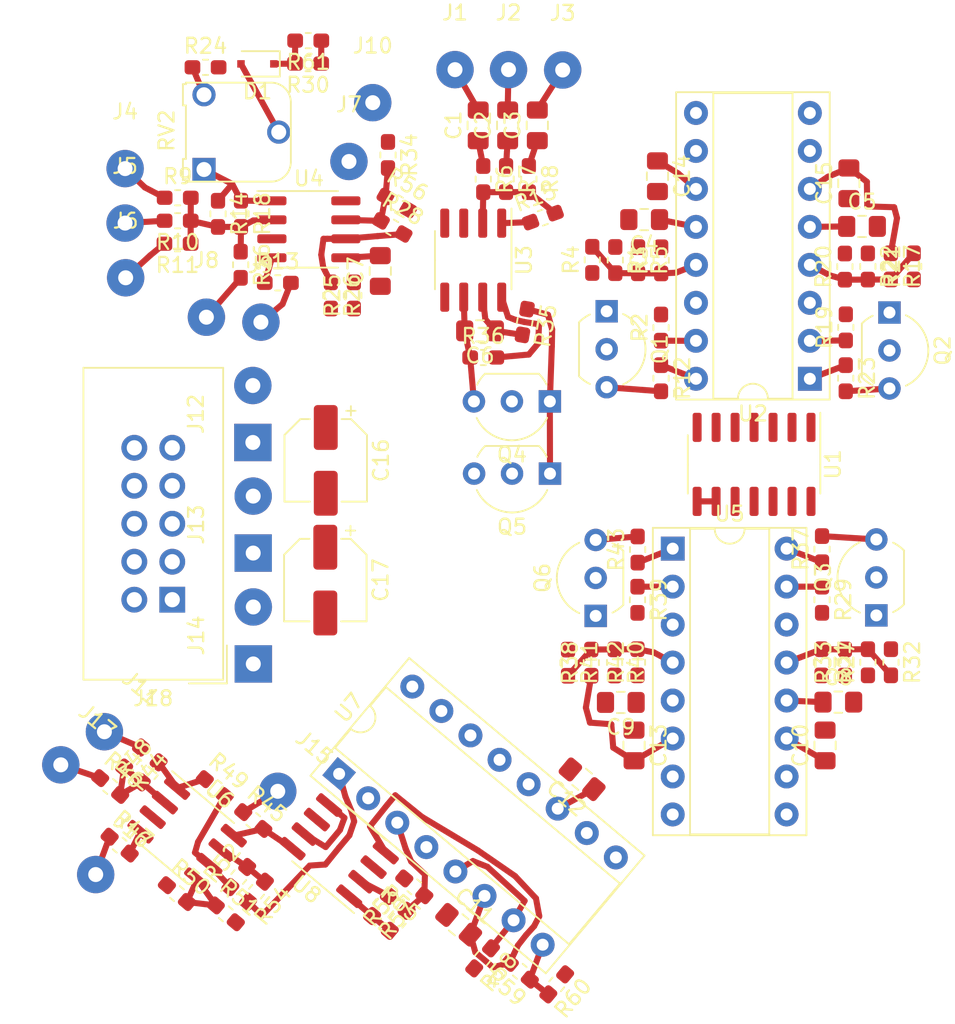
<source format=kicad_pcb>
(kicad_pcb (version 20171130) (host pcbnew "(5.1.2-1)-1")
  (layers (0 F.Cu signal) (31 B.Cu signal) (34 B.Paste user hide) (35 F.Paste user hide) (36 B.SilkS user hide) (37 F.SilkS user) (38 B.Mask user hide) (39 F.Mask user hide) (44 Edge.Cuts user))
  (net 0 "")
  (net 1 "Net-(C1-Pad1)")
  (net 2 "Net-(C1-Pad2)")
  (net 3 "Net-(C2-Pad1)")
  (net 4 "Net-(C2-Pad2)")
  (net 5 "Net-(C3-Pad2)")
  (net 6 "Net-(C3-Pad1)")
  (net 7 Earth)
  (net 8 "Net-(C4-Pad1)")
  (net 9 "Net-(C5-Pad1)")
  (net 10 "Net-(C6-Pad1)")
  (net 11 "Net-(C6-Pad2)")
  (net 12 "Net-(C7-Pad2)")
  (net 13 "Net-(C7-Pad1)")
  (net 14 "Net-(C8-Pad1)")
  (net 15 "Net-(C9-Pad1)")
  (net 16 +12V)
  (net 17 -12V)
  (net 18 "Net-(D1-Pad1)")
  (net 19 "Net-(D1-Pad2)")
  (net 20 "Net-(J4-Pad1)")
  (net 21 "Net-(J5-Pad1)")
  (net 22 "Net-(J6-Pad1)")
  (net 23 "Net-(J8-Pad1)")
  (net 24 "Net-(J9-Pad1)")
  (net 25 "Net-(J10-Pad1)")
  (net 26 "Net-(J11-Pad1)")
  (net 27 "Net-(Q1-Pad3)")
  (net 28 "Net-(Q1-Pad2)")
  (net 29 "Net-(Q2-Pad3)")
  (net 30 "Net-(Q3-Pad3)")
  (net 31 "Net-(Q4-Pad1)")
  (net 32 "Net-(Q6-Pad3)")
  (net 33 RB)
  (net 34 "Net-(R2-Pad1)")
  (net 35 "Net-(R15-Pad1)")
  (net 36 "Net-(R20-Pad2)")
  (net 37 "Net-(R15-Pad2)")
  (net 38 "Net-(R10-Pad1)")
  (net 39 "Net-(R12-Pad1)")
  (net 40 "Net-(R17-Pad2)")
  (net 41 "Net-(R19-Pad1)")
  (net 42 "Net-(R22-Pad1)")
  (net 43 "Net-(R23-Pad1)")
  (net 44 RA)
  (net 45 "Net-(R49-Pad2)")
  (net 46 "Net-(R50-Pad2)")
  (net 47 "Net-(R53-Pad2)")
  (net 48 "Net-(R54-Pad2)")
  (net 49 "Net-(R59-Pad1)")
  (net 50 "Net-(U2-Pad8)")
  (net 51 "Net-(U2-Pad7)")
  (net 52 "Net-(U2-Pad10)")
  (net 53 "Net-(U2-Pad9)")
  (net 54 "Net-(U5-Pad9)")
  (net 55 "Net-(U5-Pad10)")
  (net 56 "Net-(U5-Pad7)")
  (net 57 "Net-(U5-Pad8)")
  (net 58 "Net-(U7-Pad9)")
  (net 59 "Net-(U7-Pad2)")
  (net 60 "Net-(U7-Pad10)")
  (net 61 "Net-(U7-Pad12)")
  (net 62 "Net-(U7-Pad15)")
  (net 63 "Net-(U7-Pad16)")
  (net 64 "Net-(U8-Pad5)")
  (net 65 "Net-(R24-Pad1)")
  (net 66 "Net-(R27-Pad2)")
  (net 67 "Net-(R29-Pad1)")
  (net 68 "Net-(R33-Pad1)")
  (net 69 "Net-(R37-Pad1)")
  (net 70 "Net-(R38-Pad2)")
  (net 71 "Net-(R39-Pad1)")
  (net 72 "Net-(R43-Pad1)")
  (net 73 "Net-(R44-Pad2)")
  (net 74 "Net-(R48-Pad2)")
  (net 75 "Net-(R52-Pad2)")
  (net 76 "Net-(R53-Pad1)")
  (net 77 "Net-(R56-Pad2)")
  (net 78 "Net-(R58-Pad1)")
  (net 79 "Net-(R14-Pad1)")
  (net 80 "Net-(R26-Pad1)")
  (net 81 "Net-(J15-Pad1)")
  (net 82 "Net-(J16-Pad1)")
  (net 83 "Net-(J17-Pad1)")
  (module Connector_Wire:SolderWirePad_1x02_P3.81mm_Drill1mm (layer F.Cu) (at 28.9129 55.59634 90)
    (fp_text reference J14 (at 1.905 -3.81 90) (layer F.SilkS))
    (fp_text value -12V)
    (pad 2 thru_hole circle (at 3.81 0 90) (size 2.49936 2.49936) (drill 1.00076) (layers *.Cu *.Mask) (net 17 -12V))
    (pad 1 thru_hole rect (at 0 0 90) (size 2.49936 2.49936) (drill 1.00076) (layers *.Cu *.Mask) (net 17 -12V))
  )
  (module Connector_Wire:SolderWirePad_1x02_P3.81mm_Drill1mm (layer F.Cu) (at 28.90528 48.17954 90)
    (fp_text reference J13 (at 1.905 -3.81 90) (layer F.SilkS))
    (fp_text value GND)
    (pad 2 thru_hole circle (at 3.81 0 90) (size 2.49936 2.49936) (drill 1.00076) (layers *.Cu *.Mask) (net 7 Earth))
    (pad 1 thru_hole rect (at 0 0 90) (size 2.49936 2.49936) (drill 1.00076) (layers *.Cu *.Mask) (net 7 Earth))
  )
  (module Connector_Wire:SolderWirePad_1x02_P3.81mm_Drill1mm (layer F.Cu) (at 28.88242 40.78306 90)
    (fp_text reference J12 (at 1.905 -3.81 90) (layer F.SilkS))
    (fp_text value +12V)
    (pad 2 thru_hole circle (at 3.81 0 90) (size 2.49936 2.49936) (drill 1.00076) (layers *.Cu *.Mask) (net 16 +12V))
    (pad 1 thru_hole rect (at 0 0 90) (size 2.49936 2.49936) (drill 1.00076) (layers *.Cu *.Mask) (net 16 +12V))
  )
  (module Connector_IDC:IDC-Header_2x05_P2.54mm_Vertical (layer F.Cu) (at 23.49 51.29866 180)
    (fp_text reference J18 (at 1.27 -6.604) (layer F.SilkS))
    (fp_text value Conn_01x10_Male)
    (pad 10 thru_hole oval (at 2.54 10.16 180) (size 1.7272 1.7272) (drill 1.016) (layers *.Cu *.Mask) (net 16 +12V))
    (pad 9 thru_hole oval (at 0 10.16 180) (size 1.7272 1.7272) (drill 1.016) (layers *.Cu *.Mask) (net 16 +12V))
    (pad 8 thru_hole oval (at 2.54 7.62 180) (size 1.7272 1.7272) (drill 1.016) (layers *.Cu *.Mask) (net 7 Earth))
    (pad 7 thru_hole oval (at 0 7.62 180) (size 1.7272 1.7272) (drill 1.016) (layers *.Cu *.Mask) (net 7 Earth))
    (pad 6 thru_hole oval (at 2.54 5.08 180) (size 1.7272 1.7272) (drill 1.016) (layers *.Cu *.Mask) (net 7 Earth))
    (pad 5 thru_hole oval (at 0 5.08 180) (size 1.7272 1.7272) (drill 1.016) (layers *.Cu *.Mask) (net 7 Earth))
    (pad 4 thru_hole oval (at 2.54 2.54 180) (size 1.7272 1.7272) (drill 1.016) (layers *.Cu *.Mask) (net 7 Earth))
    (pad 3 thru_hole oval (at 0 2.54 180) (size 1.7272 1.7272) (drill 1.016) (layers *.Cu *.Mask) (net 7 Earth))
    (pad 2 thru_hole oval (at 2.54 0 180) (size 1.7272 1.7272) (drill 1.016) (layers *.Cu *.Mask) (net 17 -12V))
    (pad 1 thru_hole rect (at 0 0 180) (size 1.7272 1.7272) (drill 1.016) (layers *.Cu *.Mask) (net 17 -12V))
  )
  (module Connector_Wire:SolderWirePad_1x01_Drill1mm (layer F.Cu) (at 16.029778 62.344569 320)
    (fp_text reference J17 (at 0 -3.81 140) (layer F.SilkS))
    (fp_text value Res2)
    (pad 1 thru_hole circle (at 0 0 320) (size 2.49936 2.49936) (drill 1.00076) (layers *.Cu *.Mask) (net 83 "Net-(J17-Pad1)"))
  )
  (module Connector_Wire:SolderWirePad_1x01_Drill1mm (layer F.Cu) (at 18.366589 69.683508 320)
    (fp_text reference J16 (at 0 -3.81 140) (layer F.SilkS))
    (fp_text value Res1)
    (pad 1 thru_hole circle (at 0 0 320) (size 2.49936 2.49936) (drill 1.00076) (layers *.Cu *.Mask) (net 82 "Net-(J16-Pad1)"))
  )
  (module Connector_Wire:SolderWirePad_1x01_Drill1mm (layer F.Cu) (at 30.548543 64.115854 320)
    (fp_text reference J15 (at 0 -3.81 140) (layer F.SilkS))
    (fp_text value Res3)
    (pad 1 thru_hole circle (at 0 0 320) (size 2.49936 2.49936) (drill 1.00076) (layers *.Cu *.Mask) (net 81 "Net-(J15-Pad1)"))
  )
  (module Resistor_SMD:R_0603_1608Metric_Pad1.05x0.95mm_HandSolder (layer F.Cu) (at 32.5882 13.90396 180)
    (fp_text reference R61 (at 0 -1.43) (layer F.SilkS))
    (fp_text value 68k)
    (pad 2 smd roundrect (at 0.875 0 180) (size 1.05 0.95) (layers F.Cu F.Paste F.Mask) (net 18 "Net-(D1-Pad1)"))
    (pad 1 smd roundrect (at -0.875 0 180) (size 1.05 0.95) (layers F.Cu F.Paste F.Mask) (net 10 "Net-(C6-Pad1)"))
  )
  (module Resistor_SMD:R_0603_1608Metric_Pad1.05x0.95mm_HandSolder (layer F.Cu) (at 26.55062 25.49144 270)
    (fp_text reference R14 (at 0 -1.43 90) (layer F.SilkS))
    (fp_text value 7k5)
    (pad 2 smd roundrect (at 0.875 0 270) (size 1.05 0.95) (layers F.Cu F.Paste F.Mask) (net 38 "Net-(R10-Pad1)"))
    (pad 1 smd roundrect (at -0.875 0 270) (size 1.05 0.95) (layers F.Cu F.Paste F.Mask) (net 79 "Net-(R14-Pad1)"))
  )
  (module Package_SO:SOIC-8_3.9x4.9mm_P1.27mm (layer F.Cu) (at 34.655815 68.082995 140)
    (fp_text reference U8 (at 0 -3.4 140) (layer F.SilkS))
    (fp_text value TL082)
    (pad 8 smd roundrect (at 2.475 -1.905 140) (size 1.95 0.6) (layers F.Cu F.Paste F.Mask) (net 16 +12V))
    (pad 7 smd roundrect (at 2.475 -0.635 140) (size 1.95 0.6) (layers F.Cu F.Paste F.Mask) (net 64 "Net-(U8-Pad5)"))
    (pad 6 smd roundrect (at 2.475 0.635 140) (size 1.95 0.6) (layers F.Cu F.Paste F.Mask) (net 7 Earth))
    (pad 5 smd roundrect (at 2.475 1.905 140) (size 1.95 0.6) (layers F.Cu F.Paste F.Mask) (net 64 "Net-(U8-Pad5)"))
    (pad 4 smd roundrect (at -2.475 1.905 140) (size 1.95 0.6) (layers F.Cu F.Paste F.Mask) (net 17 -12V))
    (pad 3 smd roundrect (at -2.475 0.635 140) (size 1.95 0.6) (layers F.Cu F.Paste F.Mask) (net 7 Earth))
    (pad 2 smd roundrect (at -2.475 -0.635 140) (size 1.95 0.6) (layers F.Cu F.Paste F.Mask) (net 77 "Net-(R56-Pad2)"))
    (pad 1 smd roundrect (at -2.475 -1.905 140) (size 1.95 0.6) (layers F.Cu F.Paste F.Mask) (net 76 "Net-(R53-Pad1)"))
  )
  (module Package_DIP:DIP-16_W7.62mm_Socket (layer F.Cu) (at 34.655305 62.948032 50)
    (fp_text reference U7 (at 3.81 -2.33 50) (layer F.SilkS))
    (fp_text value LM13700)
    (pad 16 thru_hole oval (at 7.62 0 50) (size 1.6 1.6) (drill 0.8) (layers *.Cu *.Mask) (net 63 "Net-(U7-Pad16)"))
    (pad 8 thru_hole oval (at 0 17.78 50) (size 1.6 1.6) (drill 0.8) (layers *.Cu *.Mask) (net 49 "Net-(R59-Pad1)"))
    (pad 15 thru_hole oval (at 7.62 2.54 50) (size 1.6 1.6) (drill 0.8) (layers *.Cu *.Mask) (net 62 "Net-(U7-Pad15)"))
    (pad 7 thru_hole oval (at 0 15.24 50) (size 1.6 1.6) (drill 0.8) (layers *.Cu *.Mask) (net 78 "Net-(R58-Pad1)"))
    (pad 14 thru_hole oval (at 7.62 5.08 50) (size 1.6 1.6) (drill 0.8) (layers *.Cu *.Mask) (net 7 Earth))
    (pad 6 thru_hole oval (at 0 12.7 50) (size 1.6 1.6) (drill 0.8) (layers *.Cu *.Mask) (net 17 -12V))
    (pad 13 thru_hole oval (at 7.62 7.62 50) (size 1.6 1.6) (drill 0.8) (layers *.Cu *.Mask) (net 7 Earth))
    (pad 5 thru_hole oval (at 0 10.16 50) (size 1.6 1.6) (drill 0.8) (layers *.Cu *.Mask) (net 78 "Net-(R58-Pad1)"))
    (pad 12 thru_hole oval (at 7.62 10.16 50) (size 1.6 1.6) (drill 0.8) (layers *.Cu *.Mask) (net 61 "Net-(U7-Pad12)"))
    (pad 4 thru_hole oval (at 0 7.62 50) (size 1.6 1.6) (drill 0.8) (layers *.Cu *.Mask) (net 7 Earth))
    (pad 11 thru_hole oval (at 7.62 12.7 50) (size 1.6 1.6) (drill 0.8) (layers *.Cu *.Mask) (net 16 +12V))
    (pad 3 thru_hole oval (at 0 5.08 50) (size 1.6 1.6) (drill 0.8) (layers *.Cu *.Mask) (net 47 "Net-(R53-Pad2)"))
    (pad 10 thru_hole oval (at 7.62 15.24 50) (size 1.6 1.6) (drill 0.8) (layers *.Cu *.Mask) (net 60 "Net-(U7-Pad10)"))
    (pad 2 thru_hole oval (at 0 2.54 50) (size 1.6 1.6) (drill 0.8) (layers *.Cu *.Mask) (net 59 "Net-(U7-Pad2)"))
    (pad 9 thru_hole oval (at 7.62 17.78 50) (size 1.6 1.6) (drill 0.8) (layers *.Cu *.Mask) (net 58 "Net-(U7-Pad9)"))
    (pad 1 thru_hole rect (at 0 0 50) (size 1.6 1.6) (drill 0.8) (layers *.Cu *.Mask) (net 48 "Net-(R54-Pad2)"))
  )
  (module Package_SO:SOIC-8_3.9x4.9mm_P1.27mm (layer F.Cu) (at 24.48439 66.948718 320)
    (fp_text reference U6 (at 0 -3.4 140) (layer F.SilkS))
    (fp_text value TL082)
    (pad 8 smd roundrect (at 2.475 -1.905 320) (size 1.95 0.6) (layers F.Cu F.Paste F.Mask) (net 16 +12V))
    (pad 7 smd roundrect (at 2.475 -0.635 320) (size 1.95 0.6) (layers F.Cu F.Paste F.Mask) (net 75 "Net-(R52-Pad2)"))
    (pad 6 smd roundrect (at 2.475 0.635 320) (size 1.95 0.6) (layers F.Cu F.Paste F.Mask) (net 45 "Net-(R49-Pad2)"))
    (pad 5 smd roundrect (at 2.475 1.905 320) (size 1.95 0.6) (layers F.Cu F.Paste F.Mask) (net 46 "Net-(R50-Pad2)"))
    (pad 4 smd roundrect (at -2.475 1.905 320) (size 1.95 0.6) (layers F.Cu F.Paste F.Mask) (net 17 -12V))
    (pad 3 smd roundrect (at -2.475 0.635 320) (size 1.95 0.6) (layers F.Cu F.Paste F.Mask) (net 7 Earth))
    (pad 2 smd roundrect (at -2.475 -0.635 320) (size 1.95 0.6) (layers F.Cu F.Paste F.Mask) (net 73 "Net-(R44-Pad2)"))
    (pad 1 smd roundrect (at -2.475 -1.905 320) (size 1.95 0.6) (layers F.Cu F.Paste F.Mask) (net 74 "Net-(R48-Pad2)"))
  )
  (module Package_DIP:DIP-16_W7.62mm_Socket (layer F.Cu) (at 56.97828 47.884039)
    (fp_text reference U5 (at 3.81 -2.33) (layer F.SilkS))
    (fp_text value LM13700)
    (pad 16 thru_hole oval (at 7.62 0) (size 1.6 1.6) (drill 0.8) (layers *.Cu *.Mask) (net 69 "Net-(R37-Pad1)"))
    (pad 8 thru_hole oval (at 0 17.78) (size 1.6 1.6) (drill 0.8) (layers *.Cu *.Mask) (net 57 "Net-(U5-Pad8)"))
    (pad 15 thru_hole oval (at 7.62 2.54) (size 1.6 1.6) (drill 0.8) (layers *.Cu *.Mask) (net 67 "Net-(R29-Pad1)"))
    (pad 7 thru_hole oval (at 0 15.24) (size 1.6 1.6) (drill 0.8) (layers *.Cu *.Mask) (net 56 "Net-(U5-Pad7)"))
    (pad 14 thru_hole oval (at 7.62 5.08) (size 1.6 1.6) (drill 0.8) (layers *.Cu *.Mask) (net 7 Earth))
    (pad 6 thru_hole oval (at 0 12.7) (size 1.6 1.6) (drill 0.8) (layers *.Cu *.Mask) (net 17 -12V))
    (pad 13 thru_hole oval (at 7.62 7.62) (size 1.6 1.6) (drill 0.8) (layers *.Cu *.Mask) (net 66 "Net-(R27-Pad2)"))
    (pad 5 thru_hole oval (at 0 10.16) (size 1.6 1.6) (drill 0.8) (layers *.Cu *.Mask) (net 15 "Net-(C9-Pad1)"))
    (pad 12 thru_hole oval (at 7.62 10.16) (size 1.6 1.6) (drill 0.8) (layers *.Cu *.Mask) (net 14 "Net-(C8-Pad1)"))
    (pad 4 thru_hole oval (at 0 7.62) (size 1.6 1.6) (drill 0.8) (layers *.Cu *.Mask) (net 70 "Net-(R38-Pad2)"))
    (pad 11 thru_hole oval (at 7.62 12.7) (size 1.6 1.6) (drill 0.8) (layers *.Cu *.Mask) (net 16 +12V))
    (pad 3 thru_hole oval (at 0 5.08) (size 1.6 1.6) (drill 0.8) (layers *.Cu *.Mask) (net 7 Earth))
    (pad 10 thru_hole oval (at 7.62 15.24) (size 1.6 1.6) (drill 0.8) (layers *.Cu *.Mask) (net 55 "Net-(U5-Pad10)"))
    (pad 2 thru_hole oval (at 0 2.54) (size 1.6 1.6) (drill 0.8) (layers *.Cu *.Mask) (net 71 "Net-(R39-Pad1)"))
    (pad 9 thru_hole oval (at 7.62 17.78) (size 1.6 1.6) (drill 0.8) (layers *.Cu *.Mask) (net 54 "Net-(U5-Pad9)"))
    (pad 1 thru_hole rect (at 0 0) (size 1.6 1.6) (drill 0.8) (layers *.Cu *.Mask) (net 72 "Net-(R43-Pad1)"))
  )
  (module Package_SO:SOIC-8_3.9x4.9mm_P1.27mm (layer F.Cu) (at 32.63138 26.52522)
    (fp_text reference U4 (at 0 -3.4) (layer F.SilkS))
    (fp_text value TL082)
    (pad 8 smd roundrect (at 2.475 -1.905) (size 1.95 0.6) (layers F.Cu F.Paste F.Mask) (net 16 +12V))
    (pad 7 smd roundrect (at 2.475 -0.635) (size 1.95 0.6) (layers F.Cu F.Paste F.Mask) (net 44 RA))
    (pad 6 smd roundrect (at 2.475 0.635) (size 1.95 0.6) (layers F.Cu F.Paste F.Mask) (net 80 "Net-(R26-Pad1)"))
    (pad 5 smd roundrect (at 2.475 1.905) (size 1.95 0.6) (layers F.Cu F.Paste F.Mask) (net 12 "Net-(C7-Pad2)"))
    (pad 4 smd roundrect (at -2.475 1.905) (size 1.95 0.6) (layers F.Cu F.Paste F.Mask) (net 17 -12V))
    (pad 3 smd roundrect (at -2.475 0.635) (size 1.95 0.6) (layers F.Cu F.Paste F.Mask) (net 7 Earth))
    (pad 2 smd roundrect (at -2.475 -0.635) (size 1.95 0.6) (layers F.Cu F.Paste F.Mask) (net 38 "Net-(R10-Pad1)"))
    (pad 1 smd roundrect (at -2.475 -1.905) (size 1.95 0.6) (layers F.Cu F.Paste F.Mask) (net 79 "Net-(R14-Pad1)"))
  )
  (module Package_SO:SOIC-8_3.9x4.9mm_P1.27mm (layer F.Cu) (at 43.628886 28.588749 270)
    (fp_text reference U3 (at 0 -3.4 90) (layer F.SilkS))
    (fp_text value TL082)
    (pad 8 smd roundrect (at 2.475 -1.905 270) (size 1.95 0.6) (layers F.Cu F.Paste F.Mask) (net 16 +12V))
    (pad 7 smd roundrect (at 2.475 -0.635 270) (size 1.95 0.6) (layers F.Cu F.Paste F.Mask) (net 10 "Net-(C6-Pad1)"))
    (pad 6 smd roundrect (at 2.475 0.635 270) (size 1.95 0.6) (layers F.Cu F.Paste F.Mask) (net 11 "Net-(C6-Pad2)"))
    (pad 5 smd roundrect (at 2.475 1.905 270) (size 1.95 0.6) (layers F.Cu F.Paste F.Mask) (net 7 Earth))
    (pad 4 smd roundrect (at -2.475 1.905 270) (size 1.95 0.6) (layers F.Cu F.Paste F.Mask) (net 17 -12V))
    (pad 3 smd roundrect (at -2.475 0.635 270) (size 1.95 0.6) (layers F.Cu F.Paste F.Mask) (net 7 Earth))
    (pad 2 smd roundrect (at -2.475 -0.635 270) (size 1.95 0.6) (layers F.Cu F.Paste F.Mask) (net 37 "Net-(R15-Pad2)"))
    (pad 1 smd roundrect (at -2.475 -1.905 270) (size 1.95 0.6) (layers F.Cu F.Paste F.Mask) (net 35 "Net-(R15-Pad1)"))
  )
  (module Package_DIP:DIP-16_W7.62mm_Socket (layer F.Cu) (at 66.155302 36.522617 180)
    (fp_text reference U2 (at 3.81 -2.33) (layer F.SilkS))
    (fp_text value LM13700)
    (pad 16 thru_hole oval (at 7.62 0 180) (size 1.6 1.6) (drill 0.8) (layers *.Cu *.Mask) (net 39 "Net-(R12-Pad1)"))
    (pad 8 thru_hole oval (at 0 17.78 180) (size 1.6 1.6) (drill 0.8) (layers *.Cu *.Mask) (net 50 "Net-(U2-Pad8)"))
    (pad 15 thru_hole oval (at 7.62 2.54 180) (size 1.6 1.6) (drill 0.8) (layers *.Cu *.Mask) (net 34 "Net-(R2-Pad1)"))
    (pad 7 thru_hole oval (at 0 15.24 180) (size 1.6 1.6) (drill 0.8) (layers *.Cu *.Mask) (net 51 "Net-(U2-Pad7)"))
    (pad 14 thru_hole oval (at 7.62 5.08 180) (size 1.6 1.6) (drill 0.8) (layers *.Cu *.Mask) (net 7 Earth))
    (pad 6 thru_hole oval (at 0 12.7 180) (size 1.6 1.6) (drill 0.8) (layers *.Cu *.Mask) (net 17 -12V))
    (pad 13 thru_hole oval (at 7.62 7.62 180) (size 1.6 1.6) (drill 0.8) (layers *.Cu *.Mask) (net 33 RB))
    (pad 5 thru_hole oval (at 0 10.16 180) (size 1.6 1.6) (drill 0.8) (layers *.Cu *.Mask) (net 9 "Net-(C5-Pad1)"))
    (pad 12 thru_hole oval (at 7.62 10.16 180) (size 1.6 1.6) (drill 0.8) (layers *.Cu *.Mask) (net 8 "Net-(C4-Pad1)"))
    (pad 4 thru_hole oval (at 0 7.62 180) (size 1.6 1.6) (drill 0.8) (layers *.Cu *.Mask) (net 40 "Net-(R17-Pad2)"))
    (pad 11 thru_hole oval (at 7.62 12.7 180) (size 1.6 1.6) (drill 0.8) (layers *.Cu *.Mask) (net 16 +12V))
    (pad 3 thru_hole oval (at 0 5.08 180) (size 1.6 1.6) (drill 0.8) (layers *.Cu *.Mask) (net 7 Earth))
    (pad 10 thru_hole oval (at 7.62 15.24 180) (size 1.6 1.6) (drill 0.8) (layers *.Cu *.Mask) (net 52 "Net-(U2-Pad10)"))
    (pad 2 thru_hole oval (at 0 2.54 180) (size 1.6 1.6) (drill 0.8) (layers *.Cu *.Mask) (net 41 "Net-(R19-Pad1)"))
    (pad 9 thru_hole oval (at 7.62 17.78 180) (size 1.6 1.6) (drill 0.8) (layers *.Cu *.Mask) (net 53 "Net-(U2-Pad9)"))
    (pad 1 thru_hole rect (at 0 0 180) (size 1.6 1.6) (drill 0.8) (layers *.Cu *.Mask) (net 43 "Net-(R23-Pad1)"))
  )
  (module Package_SO:SOIC-14_3.9x8.7mm_P1.27mm (layer F.Cu) (at 62.4215 42.247781 270)
    (fp_text reference U1 (at 0 -5.28 90) (layer F.SilkS))
    (fp_text value TL084)
    (pad 14 smd roundrect (at 2.475 -3.81 270) (size 1.95 0.6) (layers F.Cu F.Paste F.Mask) (net 13 "Net-(C7-Pad1)"))
    (pad 13 smd roundrect (at 2.475 -2.54 270) (size 1.95 0.6) (layers F.Cu F.Paste F.Mask) (net 13 "Net-(C7-Pad1)"))
    (pad 12 smd roundrect (at 2.475 -1.27 270) (size 1.95 0.6) (layers F.Cu F.Paste F.Mask) (net 15 "Net-(C9-Pad1)"))
    (pad 11 smd roundrect (at 2.475 0 270) (size 1.95 0.6) (layers F.Cu F.Paste F.Mask) (net 17 -12V))
    (pad 10 smd roundrect (at 2.475 1.27 270) (size 1.95 0.6) (layers F.Cu F.Paste F.Mask) (net 14 "Net-(C8-Pad1)"))
    (pad 9 smd roundrect (at 2.475 2.54 270) (size 1.95 0.6) (layers F.Cu F.Paste F.Mask) (net 68 "Net-(R33-Pad1)"))
    (pad 8 smd roundrect (at 2.475 3.81 270) (size 1.95 0.6) (layers F.Cu F.Paste F.Mask) (net 68 "Net-(R33-Pad1)"))
    (pad 7 smd roundrect (at -2.475 3.81 270) (size 1.95 0.6) (layers F.Cu F.Paste F.Mask) (net 42 "Net-(R22-Pad1)"))
    (pad 6 smd roundrect (at -2.475 2.54 270) (size 1.95 0.6) (layers F.Cu F.Paste F.Mask) (net 42 "Net-(R22-Pad1)"))
    (pad 5 smd roundrect (at -2.475 1.27 270) (size 1.95 0.6) (layers F.Cu F.Paste F.Mask) (net 9 "Net-(C5-Pad1)"))
    (pad 4 smd roundrect (at -2.475 0 270) (size 1.95 0.6) (layers F.Cu F.Paste F.Mask) (net 16 +12V))
    (pad 3 smd roundrect (at -2.475 -1.27 270) (size 1.95 0.6) (layers F.Cu F.Paste F.Mask) (net 8 "Net-(C4-Pad1)"))
    (pad 2 smd roundrect (at -2.475 -2.54 270) (size 1.95 0.6) (layers F.Cu F.Paste F.Mask) (net 36 "Net-(R20-Pad2)"))
    (pad 1 smd roundrect (at -2.475 -3.81 270) (size 1.95 0.6) (layers F.Cu F.Paste F.Mask) (net 36 "Net-(R20-Pad2)"))
  )
  (module Potentiometer_THT:Potentiometer_Runtron_RM-065_Vertical (layer F.Cu) (at 25.61336 22.52472 90)
    (fp_text reference RV2 (at 2.6 -2.5 90) (layer F.SilkS))
    (fp_text value 100)
    (pad 2 thru_hole circle (at 2.5 5 90) (size 1.55 1.55) (drill 1) (layers *.Cu *.Mask) (net 19 "Net-(D1-Pad2)"))
    (pad 1 thru_hole rect (at 0 0 90) (size 1.55 1.55) (drill 1) (layers *.Cu *.Mask) (net 79 "Net-(R14-Pad1)"))
    (pad 3 thru_hole circle (at 5 0 90) (size 1.55 1.55) (drill 1) (layers *.Cu *.Mask) (net 65 "Net-(R24-Pad1)"))
  )
  (module Resistor_SMD:R_0603_1608Metric_Pad1.05x0.95mm_HandSolder (layer F.Cu) (at 49.216977 77.028471 230)
    (fp_text reference R60 (at 0 -1.43 50) (layer F.SilkS))
    (fp_text value 150K)
    (pad 2 smd roundrect (at 0.875 0 230) (size 1.05 0.95) (layers F.Cu F.Paste F.Mask) (net 49 "Net-(R59-Pad1)"))
    (pad 1 smd roundrect (at -0.875 0 230) (size 1.05 0.95) (layers F.Cu F.Paste F.Mask) (net 33 RB))
  )
  (module Resistor_SMD:R_0603_1608Metric_Pad1.05x0.95mm_HandSolder (layer F.Cu) (at 46.744404 76.154031 140)
    (fp_text reference R59 (at 0 -1.43 140) (layer F.SilkS))
    (fp_text value 4.7K)
    (pad 2 smd roundrect (at 0.875 0 140) (size 1.05 0.95) (layers F.Cu F.Paste F.Mask) (net 17 -12V))
    (pad 1 smd roundrect (at -0.875 0 140) (size 1.05 0.95) (layers F.Cu F.Paste F.Mask) (net 49 "Net-(R59-Pad1)"))
  )
  (module Resistor_SMD:R_0603_1608Metric_Pad1.05x0.95mm_HandSolder (layer F.Cu) (at 44.258142 75.288001 230)
    (fp_text reference R58 (at 0 -1.43 50) (layer F.SilkS))
    (fp_text value 30K)
    (pad 2 smd roundrect (at 0.875 0 230) (size 1.05 0.95) (layers F.Cu F.Paste F.Mask) (net 7 Earth))
    (pad 1 smd roundrect (at -0.875 0 230) (size 1.05 0.95) (layers F.Cu F.Paste F.Mask) (net 78 "Net-(R58-Pad1)"))
  )
  (module Resistor_SMD:R_0603_1608Metric_Pad1.05x0.95mm_HandSolder (layer F.Cu) (at 37.425217 71.785983 230)
    (fp_text reference R57 (at 0 -1.43 50) (layer F.SilkS))
    (fp_text value 120K)
    (pad 2 smd roundrect (at 0.875 0 230) (size 1.05 0.95) (layers F.Cu F.Paste F.Mask) (net 76 "Net-(R53-Pad1)"))
    (pad 1 smd roundrect (at -0.875 0 230) (size 1.05 0.95) (layers F.Cu F.Paste F.Mask) (net 77 "Net-(R56-Pad2)"))
  )
  (module Resistor_SMD:R_0603_1608Metric_Pad1.05x0.95mm_HandSolder (layer F.Cu) (at 38.518248 24.769461 330)
    (fp_text reference R56 (at 0 -1.43 150) (layer F.SilkS))
    (fp_text value 30K)
    (pad 2 smd roundrect (at 0.875 0 330) (size 1.05 0.95) (layers F.Cu F.Paste F.Mask) (net 77 "Net-(R56-Pad2)"))
    (pad 1 smd roundrect (at -0.875 0 330) (size 1.05 0.95) (layers F.Cu F.Paste F.Mask) (net 44 RA))
  )
  (module Resistor_SMD:R_0603_1608Metric_Pad1.05x0.95mm_HandSolder (layer F.Cu) (at 39.685904 70.506453 140)
    (fp_text reference R55 (at 0 -1.43 140) (layer F.SilkS))
    (fp_text value 1K)
    (pad 2 smd roundrect (at 0.875 0 140) (size 1.05 0.95) (layers F.Cu F.Paste F.Mask) (net 7 Earth))
    (pad 1 smd roundrect (at -0.875 0 140) (size 1.05 0.95) (layers F.Cu F.Paste F.Mask) (net 47 "Net-(R53-Pad2)"))
  )
  (module Resistor_SMD:R_0603_1608Metric_Pad1.05x0.95mm_HandSolder (layer F.Cu) (at 29.127652 70.831612 230)
    (fp_text reference R54 (at 0 -1.43 50) (layer F.SilkS))
    (fp_text value 30K)
    (pad 2 smd roundrect (at 0.875 0 230) (size 1.05 0.95) (layers F.Cu F.Paste F.Mask) (net 48 "Net-(R54-Pad2)"))
    (pad 1 smd roundrect (at -0.875 0 230) (size 1.05 0.95) (layers F.Cu F.Paste F.Mask) (net 75 "Net-(R52-Pad2)"))
  )
  (module Resistor_SMD:R_0603_1608Metric_Pad1.05x0.95mm_HandSolder (layer F.Cu) (at 38.607922 72.775078 50)
    (fp_text reference R53 (at 0 -1.43 50) (layer F.SilkS))
    (fp_text value 200K)
    (pad 2 smd roundrect (at 0.875 0 50) (size 1.05 0.95) (layers F.Cu F.Paste F.Mask) (net 47 "Net-(R53-Pad2)"))
    (pad 1 smd roundrect (at -0.875 0 50) (size 1.05 0.95) (layers F.Cu F.Paste F.Mask) (net 76 "Net-(R53-Pad1)"))
  )
  (module Resistor_SMD:R_0603_1608Metric_Pad1.05x0.95mm_HandSolder (layer F.Cu) (at 27.940049 69.84836 50)
    (fp_text reference R52 (at 0 -1.43 50) (layer F.SilkS))
    (fp_text value 100K)
    (pad 2 smd roundrect (at 0.875 0 50) (size 1.05 0.95) (layers F.Cu F.Paste F.Mask) (net 75 "Net-(R52-Pad2)"))
    (pad 1 smd roundrect (at -0.875 0 50) (size 1.05 0.95) (layers F.Cu F.Paste F.Mask) (net 45 "Net-(R49-Pad2)"))
  )
  (module Resistor_SMD:R_0603_1608Metric_Pad1.05x0.95mm_HandSolder (layer F.Cu) (at 27.070194 72.311516 320)
    (fp_text reference R51 (at 0 -1.43 140) (layer F.SilkS))
    (fp_text value 30K)
    (pad 2 smd roundrect (at 0.875 0 320) (size 1.05 0.95) (layers F.Cu F.Paste F.Mask) (net 7 Earth))
    (pad 1 smd roundrect (at -0.875 0 320) (size 1.05 0.95) (layers F.Cu F.Paste F.Mask) (net 46 "Net-(R50-Pad2)"))
  )
  (module Resistor_SMD:R_0603_1608Metric_Pad1.05x0.95mm_HandSolder (layer F.Cu) (at 23.802142 70.958587 320)
    (fp_text reference R50 (at 0 -1.43 140) (layer F.SilkS))
    (fp_text value 100K)
    (pad 2 smd roundrect (at 0.875 0 320) (size 1.05 0.95) (layers F.Cu F.Paste F.Mask) (net 46 "Net-(R50-Pad2)"))
    (pad 1 smd roundrect (at -0.875 0 320) (size 1.05 0.95) (layers F.Cu F.Paste F.Mask) (net 17 -12V))
  )
  (module Resistor_SMD:R_0603_1608Metric_Pad1.05x0.95mm_HandSolder (layer F.Cu) (at 26.334923 63.866101 320)
    (fp_text reference R49 (at 0 -1.43 140) (layer F.SilkS))
    (fp_text value 100K)
    (pad 2 smd roundrect (at 0.875 0 320) (size 1.05 0.95) (layers F.Cu F.Paste F.Mask) (net 45 "Net-(R49-Pad2)"))
    (pad 1 smd roundrect (at -0.875 0 320) (size 1.05 0.95) (layers F.Cu F.Paste F.Mask) (net 74 "Net-(R48-Pad2)"))
  )
  (module Resistor_SMD:R_0603_1608Metric_Pad1.05x0.95mm_HandSolder (layer F.Cu) (at 22.014315 62.846847 50)
    (fp_text reference R48 (at 0 -1.43 50) (layer F.SilkS))
    (fp_text value 120K)
    (pad 2 smd roundrect (at 0.875 0 50) (size 1.05 0.95) (layers F.Cu F.Paste F.Mask) (net 74 "Net-(R48-Pad2)"))
    (pad 1 smd roundrect (at -0.875 0 50) (size 1.05 0.95) (layers F.Cu F.Paste F.Mask) (net 73 "Net-(R44-Pad2)"))
  )
  (module Resistor_SMD:R_0603_1608Metric_Pad1.05x0.95mm_HandSolder (layer F.Cu) (at 19.96845 67.715212 320)
    (fp_text reference R47 (at 0 -1.43 140) (layer F.SilkS))
    (fp_text value 49.9K)
    (pad 2 smd roundrect (at 0.875 0 320) (size 1.05 0.95) (layers F.Cu F.Paste F.Mask) (net 17 -12V))
    (pad 1 smd roundrect (at -0.875 0 320) (size 1.05 0.95) (layers F.Cu F.Paste F.Mask) (net 82 "Net-(J16-Pad1)"))
  )
  (module Resistor_SMD:R_0603_1608Metric_Pad1.05x0.95mm_HandSolder (layer F.Cu) (at 19.333277 63.793559 320)
    (fp_text reference R46 (at 0 -1.43 140) (layer F.SilkS))
    (fp_text value 100K)
    (pad 2 smd roundrect (at 0.875 0 320) (size 1.05 0.95) (layers F.Cu F.Paste F.Mask) (net 73 "Net-(R44-Pad2)"))
    (pad 1 smd roundrect (at -0.875 0 320) (size 1.05 0.95) (layers F.Cu F.Paste F.Mask) (net 83 "Net-(J17-Pad1)"))
  )
  (module Resistor_SMD:R_0603_1608Metric_Pad1.05x0.95mm_HandSolder (layer F.Cu) (at 28.909331 66.069391 320)
    (fp_text reference R45 (at 0 -1.43 140) (layer F.SilkS))
    (fp_text value 49.9K)
    (pad 2 smd roundrect (at 0.875 0 320) (size 1.05 0.95) (layers F.Cu F.Paste F.Mask) (net 16 +12V))
    (pad 1 smd roundrect (at -0.875 0 320) (size 1.05 0.95) (layers F.Cu F.Paste F.Mask) (net 81 "Net-(J15-Pad1)"))
  )
  (module Resistor_SMD:R_0603_1608Metric_Pad1.05x0.95mm_HandSolder (layer F.Cu) (at 20.833243 61.855811 230)
    (fp_text reference R44 (at 0 -1.43 50) (layer F.SilkS))
    (fp_text value 100K)
    (pad 2 smd roundrect (at 0.875 0 230) (size 1.05 0.95) (layers F.Cu F.Paste F.Mask) (net 73 "Net-(R44-Pad2)"))
    (pad 1 smd roundrect (at -0.875 0 230) (size 1.05 0.95) (layers F.Cu F.Paste F.Mask) (net 26 "Net-(J11-Pad1)"))
  )
  (module Resistor_SMD:R_0603_1608Metric_Pad1.05x0.95mm_HandSolder (layer F.Cu) (at 54.631319 47.944999 90)
    (fp_text reference R43 (at 0 -1.43 90) (layer F.SilkS))
    (fp_text value 10K)
    (pad 2 smd roundrect (at 0.875 0 90) (size 1.05 0.95) (layers F.Cu F.Paste F.Mask) (net 32 "Net-(Q6-Pad3)"))
    (pad 1 smd roundrect (at -0.875 0 90) (size 1.05 0.95) (layers F.Cu F.Paste F.Mask) (net 72 "Net-(R43-Pad1)"))
  )
  (module Resistor_SMD:R_0603_1608Metric_Pad1.05x0.95mm_HandSolder (layer F.Cu) (at 54.61862 55.48626 90)
    (fp_text reference R42 (at 0 -1.43 90) (layer F.SilkS))
    (fp_text value 100K)
    (pad 2 smd roundrect (at 0.875 0 90) (size 1.05 0.95) (layers F.Cu F.Paste F.Mask) (net 70 "Net-(R38-Pad2)"))
    (pad 1 smd roundrect (at -0.875 0 90) (size 1.05 0.95) (layers F.Cu F.Paste F.Mask) (net 13 "Net-(C7-Pad1)"))
  )
  (module Resistor_SMD:R_0603_1608Metric_Pad1.05x0.95mm_HandSolder (layer F.Cu) (at 49.97296 55.514201 270)
    (fp_text reference R41 (at 0 -1.43 90) (layer F.SilkS))
    (fp_text value 100)
    (pad 2 smd roundrect (at 0.875 0 270) (size 1.05 0.95) (layers F.Cu F.Paste F.Mask) (net 70 "Net-(R38-Pad2)"))
    (pad 1 smd roundrect (at -0.875 0 270) (size 1.05 0.95) (layers F.Cu F.Paste F.Mask) (net 7 Earth))
  )
  (module Resistor_SMD:R_0603_1608Metric_Pad1.05x0.95mm_HandSolder (layer F.Cu) (at 53.089539 55.496419 270)
    (fp_text reference R40 (at 0 -1.43 90) (layer F.SilkS))
    (fp_text value 100K)
    (pad 2 smd roundrect (at 0.875 0 270) (size 1.05 0.95) (layers F.Cu F.Paste F.Mask) (net 68 "Net-(R33-Pad1)"))
    (pad 1 smd roundrect (at -0.875 0 270) (size 1.05 0.95) (layers F.Cu F.Paste F.Mask) (net 70 "Net-(R38-Pad2)"))
  )
  (module Resistor_SMD:R_0603_1608Metric_Pad1.05x0.95mm_HandSolder (layer F.Cu) (at 54.62116 51.305419 270)
    (fp_text reference R39 (at 0 -1.43 90) (layer F.SilkS))
    (fp_text value 20K)
    (pad 2 smd roundrect (at 0.875 0 270) (size 1.05 0.95) (layers F.Cu F.Paste F.Mask) (net 16 +12V))
    (pad 1 smd roundrect (at -0.875 0 270) (size 1.05 0.95) (layers F.Cu F.Paste F.Mask) (net 71 "Net-(R39-Pad1)"))
  )
  (module Resistor_SMD:R_0603_1608Metric_Pad1.05x0.95mm_HandSolder (layer F.Cu) (at 51.52998 55.50912 90)
    (fp_text reference R38 (at 0 -1.43 90) (layer F.SilkS))
    (fp_text value 43K)
    (pad 2 smd roundrect (at 0.875 0 90) (size 1.05 0.95) (layers F.Cu F.Paste F.Mask) (net 70 "Net-(R38-Pad2)"))
    (pad 1 smd roundrect (at -0.875 0 90) (size 1.05 0.95) (layers F.Cu F.Paste F.Mask) (net 17 -12V))
  )
  (module Resistor_SMD:R_0603_1608Metric_Pad1.05x0.95mm_HandSolder (layer F.Cu) (at 66.970641 47.919597 90)
    (fp_text reference R37 (at 0 -1.43 90) (layer F.SilkS))
    (fp_text value 10K)
    (pad 2 smd roundrect (at 0.875 0 90) (size 1.05 0.95) (layers F.Cu F.Paste F.Mask) (net 30 "Net-(Q3-Pad3)"))
    (pad 1 smd roundrect (at -0.875 0 90) (size 1.05 0.95) (layers F.Cu F.Paste F.Mask) (net 69 "Net-(R37-Pad1)"))
  )
  (module Resistor_SMD:R_0603_1608Metric_Pad1.05x0.95mm_HandSolder (layer F.Cu) (at 44.299446 35.098771)
    (fp_text reference R36 (at 0 -1.43) (layer F.SilkS))
    (fp_text value 1M)
    (pad 2 smd roundrect (at 0.875 0) (size 1.05 0.95) (layers F.Cu F.Paste F.Mask) (net 16 +12V))
    (pad 1 smd roundrect (at -0.875 0) (size 1.05 0.95) (layers F.Cu F.Paste F.Mask) (net 11 "Net-(C6-Pad2)"))
  )
  (module Resistor_SMD:R_0603_1608Metric_Pad1.05x0.95mm_HandSolder (layer F.Cu) (at 47.075665 32.723871 260)
    (fp_text reference R35 (at 0 -1.43 80) (layer F.SilkS))
    (fp_text value 10K)
    (pad 2 smd roundrect (at 0.875 0 260) (size 1.05 0.95) (layers F.Cu F.Paste F.Mask) (net 10 "Net-(C6-Pad1)"))
    (pad 1 smd roundrect (at -0.875 0 260) (size 1.05 0.95) (layers F.Cu F.Paste F.Mask) (net 31 "Net-(Q4-Pad1)"))
  )
  (module Resistor_SMD:R_0603_1608Metric_Pad1.05x0.95mm_HandSolder (layer F.Cu) (at 37.92474 21.55444 270)
    (fp_text reference R34 (at 0 -1.43 90) (layer F.SilkS))
    (fp_text value 2K)
    (pad 2 smd roundrect (at 0.875 0 270) (size 1.05 0.95) (layers F.Cu F.Paste F.Mask) (net 44 RA))
    (pad 1 smd roundrect (at -0.875 0 270) (size 1.05 0.95) (layers F.Cu F.Paste F.Mask) (net 25 "Net-(J10-Pad1)"))
  )
  (module Resistor_SMD:R_0603_1608Metric_Pad1.05x0.95mm_HandSolder (layer F.Cu) (at 68.502262 55.501502 90)
    (fp_text reference R33 (at 0 -1.43 90) (layer F.SilkS))
    (fp_text value 100K)
    (pad 2 smd roundrect (at 0.875 0 90) (size 1.05 0.95) (layers F.Cu F.Paste F.Mask) (net 66 "Net-(R27-Pad2)"))
    (pad 1 smd roundrect (at -0.875 0 90) (size 1.05 0.95) (layers F.Cu F.Paste F.Mask) (net 68 "Net-(R33-Pad1)"))
  )
  (module Resistor_SMD:R_0603_1608Metric_Pad1.05x0.95mm_HandSolder (layer F.Cu) (at 71.58074 55.483721 270)
    (fp_text reference R32 (at 0 -1.43 90) (layer F.SilkS))
    (fp_text value 100)
    (pad 2 smd roundrect (at 0.875 0 270) (size 1.05 0.95) (layers F.Cu F.Paste F.Mask) (net 66 "Net-(R27-Pad2)"))
    (pad 1 smd roundrect (at -0.875 0 270) (size 1.05 0.95) (layers F.Cu F.Paste F.Mask) (net 7 Earth))
  )
  (module Resistor_SMD:R_0603_1608Metric_Pad1.05x0.95mm_HandSolder (layer F.Cu) (at 66.937622 55.4888 270)
    (fp_text reference R31 (at 0 -1.43 90) (layer F.SilkS))
    (fp_text value 100K)
    (pad 2 smd roundrect (at 0.875 0 270) (size 1.05 0.95) (layers F.Cu F.Paste F.Mask) (net 42 "Net-(R22-Pad1)"))
    (pad 1 smd roundrect (at -0.875 0 270) (size 1.05 0.95) (layers F.Cu F.Paste F.Mask) (net 66 "Net-(R27-Pad2)"))
  )
  (module Resistor_SMD:R_0603_1608Metric_Pad1.05x0.95mm_HandSolder (layer F.Cu) (at 32.57804 15.43812 180)
    (fp_text reference R30 (at 0 -1.43) (layer F.SilkS))
    (fp_text value 47K)
    (pad 2 smd roundrect (at 0.875 0 180) (size 1.05 0.95) (layers F.Cu F.Paste F.Mask) (net 18 "Net-(D1-Pad1)"))
    (pad 1 smd roundrect (at -0.875 0 180) (size 1.05 0.95) (layers F.Cu F.Paste F.Mask) (net 10 "Net-(C6-Pad1)"))
  )
  (module Resistor_SMD:R_0603_1608Metric_Pad1.05x0.95mm_HandSolder (layer F.Cu) (at 66.97064 51.302881 270)
    (fp_text reference R29 (at 0 -1.43 90) (layer F.SilkS))
    (fp_text value 20K)
    (pad 2 smd roundrect (at 0.875 0 270) (size 1.05 0.95) (layers F.Cu F.Paste F.Mask) (net 16 +12V))
    (pad 1 smd roundrect (at -0.875 0 270) (size 1.05 0.95) (layers F.Cu F.Paste F.Mask) (net 67 "Net-(R29-Pad1)"))
  )
  (module Resistor_SMD:R_0603_1608Metric_Pad1.05x0.95mm_HandSolder (layer F.Cu) (at 38.205828 26.40014 330)
    (fp_text reference R28 (at 0 -1.43 150) (layer F.SilkS))
    (fp_text value 100K)
    (pad 2 smd roundrect (at 0.875 0 330) (size 1.05 0.95) (layers F.Cu F.Paste F.Mask) (net 80 "Net-(R26-Pad1)"))
    (pad 1 smd roundrect (at -0.875 0 330) (size 1.05 0.95) (layers F.Cu F.Paste F.Mask) (net 44 RA))
  )
  (module Resistor_SMD:R_0603_1608Metric_Pad1.05x0.95mm_HandSolder (layer F.Cu) (at 70.0415 55.483719 90)
    (fp_text reference R27 (at 0 -1.43 90) (layer F.SilkS))
    (fp_text value 43K)
    (pad 2 smd roundrect (at 0.875 0 90) (size 1.05 0.95) (layers F.Cu F.Paste F.Mask) (net 66 "Net-(R27-Pad2)"))
    (pad 1 smd roundrect (at -0.875 0 90) (size 1.05 0.95) (layers F.Cu F.Paste F.Mask) (net 17 -12V))
  )
  (module Resistor_SMD:R_0603_1608Metric_Pad1.05x0.95mm_HandSolder (layer F.Cu) (at 34.10204 30.9499 270)
    (fp_text reference R26 (at 0 -1.43 90) (layer F.SilkS))
    (fp_text value 100K)
    (pad 2 smd roundrect (at 0.875 0 270) (size 1.05 0.95) (layers F.Cu F.Paste F.Mask) (net 7 Earth))
    (pad 1 smd roundrect (at -0.875 0 270) (size 1.05 0.95) (layers F.Cu F.Paste F.Mask) (net 80 "Net-(R26-Pad1)"))
  )
  (module Resistor_SMD:R_0603_1608Metric_Pad1.05x0.95mm_HandSolder (layer F.Cu) (at 35.63874 30.9499 90)
    (fp_text reference R25 (at 0 -1.43 90) (layer F.SilkS))
    (fp_text value 4.7M)
    (pad 2 smd roundrect (at 0.875 0 90) (size 1.05 0.95) (layers F.Cu F.Paste F.Mask) (net 12 "Net-(C7-Pad2)"))
    (pad 1 smd roundrect (at -0.875 0 90) (size 1.05 0.95) (layers F.Cu F.Paste F.Mask) (net 7 Earth))
  )
  (module Resistor_SMD:R_0603_1608Metric_Pad1.05x0.95mm_HandSolder (layer F.Cu) (at 25.71496 15.68958)
    (fp_text reference R24 (at 0 -1.43) (layer F.SilkS))
    (fp_text value 475)
    (pad 2 smd roundrect (at 0.875 0) (size 1.05 0.95) (layers F.Cu F.Paste F.Mask) (net 7 Earth))
    (pad 1 smd roundrect (at -0.875 0) (size 1.05 0.95) (layers F.Cu F.Paste F.Mask) (net 65 "Net-(R24-Pad1)"))
  )
  (module Resistor_SMD:R_0603_1608Metric_Pad1.05x0.95mm_HandSolder (layer F.Cu) (at 68.5556 36.484519 270)
    (fp_text reference R23 (at 0 -1.43 90) (layer F.SilkS))
    (fp_text value 10K)
    (pad 2 smd roundrect (at 0.875 0 270) (size 1.05 0.95) (layers F.Cu F.Paste F.Mask) (net 29 "Net-(Q2-Pad3)"))
    (pad 1 smd roundrect (at -0.875 0 270) (size 1.05 0.95) (layers F.Cu F.Paste F.Mask) (net 43 "Net-(R23-Pad1)"))
  )
  (module Resistor_SMD:R_0603_1608Metric_Pad1.05x0.95mm_HandSolder (layer F.Cu) (at 70.036421 29.01184 270)
    (fp_text reference R22 (at 0 -1.43 90) (layer F.SilkS))
    (fp_text value 100K)
    (pad 2 smd roundrect (at 0.875 0 270) (size 1.05 0.95) (layers F.Cu F.Paste F.Mask) (net 40 "Net-(R17-Pad2)"))
    (pad 1 smd roundrect (at -0.875 0 270) (size 1.05 0.95) (layers F.Cu F.Paste F.Mask) (net 42 "Net-(R22-Pad1)"))
  )
  (module Resistor_SMD:R_0603_1608Metric_Pad1.05x0.95mm_HandSolder (layer F.Cu) (at 73.104741 29.004221 90)
    (fp_text reference R21 (at 0 -1.43 90) (layer F.SilkS))
    (fp_text value 100)
    (pad 2 smd roundrect (at 0.875 0 90) (size 1.05 0.95) (layers F.Cu F.Paste F.Mask) (net 40 "Net-(R17-Pad2)"))
    (pad 1 smd roundrect (at -0.875 0 90) (size 1.05 0.95) (layers F.Cu F.Paste F.Mask) (net 7 Earth))
  )
  (module Resistor_SMD:R_0603_1608Metric_Pad1.05x0.95mm_HandSolder (layer F.Cu) (at 68.499718 29.019462 90)
    (fp_text reference R20 (at 0 -1.43 90) (layer F.SilkS))
    (fp_text value 100K)
    (pad 2 smd roundrect (at 0.875 0 90) (size 1.05 0.95) (layers F.Cu F.Paste F.Mask) (net 36 "Net-(R20-Pad2)"))
    (pad 1 smd roundrect (at -0.875 0 90) (size 1.05 0.95) (layers F.Cu F.Paste F.Mask) (net 40 "Net-(R17-Pad2)"))
  )
  (module Resistor_SMD:R_0603_1608Metric_Pad1.05x0.95mm_HandSolder (layer F.Cu) (at 68.560679 33.08346 90)
    (fp_text reference R19 (at 0 -1.43 90) (layer F.SilkS))
    (fp_text value 20K)
    (pad 2 smd roundrect (at 0.875 0 90) (size 1.05 0.95) (layers F.Cu F.Paste F.Mask) (net 16 +12V))
    (pad 1 smd roundrect (at -0.875 0 90) (size 1.05 0.95) (layers F.Cu F.Paste F.Mask) (net 41 "Net-(R19-Pad1)"))
  )
  (module Resistor_SMD:R_0603_1608Metric_Pad1.05x0.95mm_HandSolder (layer F.Cu) (at 28.08732 25.48636 270)
    (fp_text reference R18 (at 0 -1.43 90) (layer F.SilkS))
    (fp_text value 2K)
    (pad 2 smd roundrect (at 0.875 0 270) (size 1.05 0.95) (layers F.Cu F.Paste F.Mask) (net 38 "Net-(R10-Pad1)"))
    (pad 1 smd roundrect (at -0.875 0 270) (size 1.05 0.95) (layers F.Cu F.Paste F.Mask) (net 79 "Net-(R14-Pad1)"))
  )
  (module Resistor_SMD:R_0603_1608Metric_Pad1.05x0.95mm_HandSolder (layer F.Cu) (at 71.570579 29.004223 270)
    (fp_text reference R17 (at 0 -1.43 90) (layer F.SilkS))
    (fp_text value 39K)
    (pad 2 smd roundrect (at 0.875 0 270) (size 1.05 0.95) (layers F.Cu F.Paste F.Mask) (net 40 "Net-(R17-Pad2)"))
    (pad 1 smd roundrect (at -0.875 0 270) (size 1.05 0.95) (layers F.Cu F.Paste F.Mask) (net 17 -12V))
  )
  (module Resistor_SMD:R_0603_1608Metric_Pad1.05x0.95mm_HandSolder (layer F.Cu) (at 28.067 28.89504 270)
    (fp_text reference R16 (at 0 -1.43 90) (layer F.SilkS))
    (fp_text value 100K)
    (pad 2 smd roundrect (at 0.875 0 270) (size 1.05 0.95) (layers F.Cu F.Paste F.Mask) (net 23 "Net-(J8-Pad1)"))
    (pad 1 smd roundrect (at -0.875 0 270) (size 1.05 0.95) (layers F.Cu F.Paste F.Mask) (net 38 "Net-(R10-Pad1)"))
  )
  (module Resistor_SMD:R_0603_1608Metric_Pad1.05x0.95mm_HandSolder (layer F.Cu) (at 48.285296 25.742144 20)
    (fp_text reference R15 (at 0 -1.43 20) (layer F.SilkS))
    (fp_text value 1M)
    (pad 2 smd roundrect (at 0.875 0 20) (size 1.05 0.95) (layers F.Cu F.Paste F.Mask) (net 37 "Net-(R15-Pad2)"))
    (pad 1 smd roundrect (at -0.875 0 20) (size 1.05 0.95) (layers F.Cu F.Paste F.Mask) (net 35 "Net-(R15-Pad1)"))
  )
  (module Resistor_SMD:R_0603_1608Metric_Pad1.05x0.95mm_HandSolder (layer F.Cu) (at 30.55366 30.10662)
    (fp_text reference R13 (at 0 -1.43) (layer F.SilkS))
    (fp_text value 75k)
    (pad 2 smd roundrect (at 0.875 0) (size 1.05 0.95) (layers F.Cu F.Paste F.Mask) (net 24 "Net-(J9-Pad1)"))
    (pad 1 smd roundrect (at -0.875 0) (size 1.05 0.95) (layers F.Cu F.Paste F.Mask) (net 17 -12V))
  )
  (module Resistor_SMD:R_0603_1608Metric_Pad1.05x0.95mm_HandSolder (layer F.Cu) (at 56.19596 36.48452 270)
    (fp_text reference R12 (at 0 -1.43 90) (layer F.SilkS))
    (fp_text value 10K)
    (pad 2 smd roundrect (at 0.875 0 270) (size 1.05 0.95) (layers F.Cu F.Paste F.Mask) (net 27 "Net-(Q1-Pad3)"))
    (pad 1 smd roundrect (at -0.875 0 270) (size 1.05 0.95) (layers F.Cu F.Paste F.Mask) (net 39 "Net-(R12-Pad1)"))
  )
  (module Resistor_SMD:R_0603_1608Metric_Pad1.05x0.95mm_HandSolder (layer F.Cu) (at 23.84044 27.48788 180)
    (fp_text reference R11 (at 0 -1.43) (layer F.SilkS))
    (fp_text value 100K)
    (pad 2 smd roundrect (at 0.875 0 180) (size 1.05 0.95) (layers F.Cu F.Paste F.Mask) (net 22 "Net-(J6-Pad1)"))
    (pad 1 smd roundrect (at -0.875 0 180) (size 1.05 0.95) (layers F.Cu F.Paste F.Mask) (net 38 "Net-(R10-Pad1)"))
  )
  (module Resistor_SMD:R_0603_1608Metric_Pad1.05x0.95mm_HandSolder (layer F.Cu) (at 23.8506 25.95118 180)
    (fp_text reference R10 (at 0 -1.43) (layer F.SilkS))
    (fp_text value 100K)
    (pad 2 smd roundrect (at 0.875 0 180) (size 1.05 0.95) (layers F.Cu F.Paste F.Mask) (net 21 "Net-(J5-Pad1)"))
    (pad 1 smd roundrect (at -0.875 0 180) (size 1.05 0.95) (layers F.Cu F.Paste F.Mask) (net 38 "Net-(R10-Pad1)"))
  )
  (module Resistor_SMD:R_0603_1608Metric_Pad1.05x0.95mm_HandSolder (layer F.Cu) (at 23.85444 24.41448)
    (fp_text reference R9 (at 0 -1.43) (layer F.SilkS))
    (fp_text value 100K)
    (pad 2 smd roundrect (at 0.875 0) (size 1.05 0.95) (layers F.Cu F.Paste F.Mask) (net 38 "Net-(R10-Pad1)"))
    (pad 1 smd roundrect (at -0.875 0) (size 1.05 0.95) (layers F.Cu F.Paste F.Mask) (net 20 "Net-(J4-Pad1)"))
  )
  (module Resistor_SMD:R_0603_1608Metric_Pad1.05x0.95mm_HandSolder (layer F.Cu) (at 47.35118 23.165182 270)
    (fp_text reference R8 (at 0 -1.43 90) (layer F.SilkS))
    (fp_text value 1M)
    (pad 2 smd roundrect (at 0.875 0 270) (size 1.05 0.95) (layers F.Cu F.Paste F.Mask) (net 37 "Net-(R15-Pad2)"))
    (pad 1 smd roundrect (at -0.875 0 270) (size 1.05 0.95) (layers F.Cu F.Paste F.Mask) (net 6 "Net-(C3-Pad1)"))
  )
  (module Resistor_SMD:R_0603_1608Metric_Pad1.05x0.95mm_HandSolder (layer F.Cu) (at 45.826093 23.160702 270)
    (fp_text reference R7 (at 0 -1.43 90) (layer F.SilkS))
    (fp_text value 1M)
    (pad 2 smd roundrect (at 0.875 0 270) (size 1.05 0.95) (layers F.Cu F.Paste F.Mask) (net 37 "Net-(R15-Pad2)"))
    (pad 1 smd roundrect (at -0.875 0 270) (size 1.05 0.95) (layers F.Cu F.Paste F.Mask) (net 3 "Net-(C2-Pad1)"))
  )
  (module Resistor_SMD:R_0603_1608Metric_Pad1.05x0.95mm_HandSolder (layer F.Cu) (at 44.300268 23.16667 270)
    (fp_text reference R6 (at 0 -1.43 90) (layer F.SilkS))
    (fp_text value 1M)
    (pad 2 smd roundrect (at 0.875 0 270) (size 1.05 0.95) (layers F.Cu F.Paste F.Mask) (net 37 "Net-(R15-Pad2)"))
    (pad 1 smd roundrect (at -0.875 0 270) (size 1.05 0.95) (layers F.Cu F.Paste F.Mask) (net 1 "Net-(C1-Pad1)"))
  )
  (module Resistor_SMD:R_0603_1608Metric_Pad1.05x0.95mm_HandSolder (layer F.Cu) (at 54.661799 28.5902 270)
    (fp_text reference R5 (at 0 -1.43 90) (layer F.SilkS))
    (fp_text value 100K)
    (pad 2 smd roundrect (at 0.875 0 270) (size 1.05 0.95) (layers F.Cu F.Paste F.Mask) (net 33 RB))
    (pad 1 smd roundrect (at -0.875 0 270) (size 1.05 0.95) (layers F.Cu F.Paste F.Mask) (net 36 "Net-(R20-Pad2)"))
  )
  (module Resistor_SMD:R_0603_1608Metric_Pad1.05x0.95mm_HandSolder (layer F.Cu) (at 51.596019 28.569879 90)
    (fp_text reference R4 (at 0 -1.43 90) (layer F.SilkS))
    (fp_text value 100)
    (pad 2 smd roundrect (at 0.875 0 90) (size 1.05 0.95) (layers F.Cu F.Paste F.Mask) (net 33 RB))
    (pad 1 smd roundrect (at -0.875 0 90) (size 1.05 0.95) (layers F.Cu F.Paste F.Mask) (net 7 Earth))
  )
  (module Resistor_SMD:R_0603_1608Metric_Pad1.05x0.95mm_HandSolder (layer F.Cu) (at 56.208659 28.600358 90)
    (fp_text reference R3 (at 0 -1.43 90) (layer F.SilkS))
    (fp_text value 100K)
    (pad 2 smd roundrect (at 0.875 0 90) (size 1.05 0.95) (layers F.Cu F.Paste F.Mask) (net 35 "Net-(R15-Pad1)"))
    (pad 1 smd roundrect (at -0.875 0 90) (size 1.05 0.95) (layers F.Cu F.Paste F.Mask) (net 33 RB))
  )
  (module Resistor_SMD:R_0603_1608Metric_Pad1.05x0.95mm_HandSolder (layer F.Cu) (at 56.19596 33.0987 90)
    (fp_text reference R2 (at 0 -1.43 90) (layer F.SilkS))
    (fp_text value 20K)
    (pad 2 smd roundrect (at 0.875 0 90) (size 1.05 0.95) (layers F.Cu F.Paste F.Mask) (net 16 +12V))
    (pad 1 smd roundrect (at -0.875 0 90) (size 1.05 0.95) (layers F.Cu F.Paste F.Mask) (net 34 "Net-(R2-Pad1)"))
  )
  (module Resistor_SMD:R_0603_1608Metric_Pad1.05x0.95mm_HandSolder (layer F.Cu) (at 53.13526 28.582579 270)
    (fp_text reference R1 (at 0 -1.43 90) (layer F.SilkS))
    (fp_text value 39K)
    (pad 2 smd roundrect (at 0.875 0 270) (size 1.05 0.95) (layers F.Cu F.Paste F.Mask) (net 33 RB))
    (pad 1 smd roundrect (at -0.875 0 270) (size 1.05 0.95) (layers F.Cu F.Paste F.Mask) (net 17 -12V))
  )
  (module Package_TO_SOT_THT:TO-92_Inline_Wide (layer F.Cu) (at 51.824618 52.382381 90)
    (fp_text reference Q6 (at 2.54 -3.56 90) (layer F.SilkS))
    (fp_text value 2N3906)
    (pad 1 thru_hole rect (at 0 0 180) (size 1.5 1.5) (drill 0.8) (layers *.Cu *.Mask) (net 7 Earth))
    (pad 3 thru_hole circle (at 5.08 0 180) (size 1.5 1.5) (drill 0.8) (layers *.Cu *.Mask) (net 32 "Net-(Q6-Pad3)"))
    (pad 2 thru_hole circle (at 2.54 0 180) (size 1.5 1.5) (drill 0.8) (layers *.Cu *.Mask) (net 28 "Net-(Q1-Pad2)"))
  )
  (module Package_TO_SOT_THT:TO-92_Inline_Wide (layer F.Cu) (at 48.766702 42.865572 180)
    (fp_text reference Q5 (at 2.54 -3.56) (layer F.SilkS))
    (fp_text value 2N3904)
    (pad 1 thru_hole rect (at 0 0 270) (size 1.5 1.5) (drill 0.8) (layers *.Cu *.Mask) (net 31 "Net-(Q4-Pad1)"))
    (pad 3 thru_hole circle (at 5.08 0 270) (size 1.5 1.5) (drill 0.8) (layers *.Cu *.Mask) (net 28 "Net-(Q1-Pad2)"))
    (pad 2 thru_hole circle (at 2.54 0 270) (size 1.5 1.5) (drill 0.8) (layers *.Cu *.Mask) (net 7 Earth))
  )
  (module Package_TO_SOT_THT:TO-92_Inline_Wide (layer F.Cu) (at 48.756045 38.03664 180)
    (fp_text reference Q4 (at 2.54 -3.56) (layer F.SilkS))
    (fp_text value 2N3904)
    (pad 1 thru_hole rect (at 0 0 270) (size 1.5 1.5) (drill 0.8) (layers *.Cu *.Mask) (net 31 "Net-(Q4-Pad1)"))
    (pad 3 thru_hole circle (at 5.08 0 270) (size 1.5 1.5) (drill 0.8) (layers *.Cu *.Mask) (net 11 "Net-(C6-Pad2)"))
    (pad 2 thru_hole circle (at 2.54 0 270) (size 1.5 1.5) (drill 0.8) (layers *.Cu *.Mask) (net 19 "Net-(D1-Pad2)"))
  )
  (module Package_TO_SOT_THT:TO-92_Inline_Wide (layer F.Cu) (at 70.60538 52.349359 90)
    (fp_text reference Q3 (at 2.54 -3.56 90) (layer F.SilkS))
    (fp_text value 2N3906)
    (pad 1 thru_hole rect (at 0 0 180) (size 1.5 1.5) (drill 0.8) (layers *.Cu *.Mask) (net 7 Earth))
    (pad 3 thru_hole circle (at 5.08 0 180) (size 1.5 1.5) (drill 0.8) (layers *.Cu *.Mask) (net 30 "Net-(Q3-Pad3)"))
    (pad 2 thru_hole circle (at 2.54 0 180) (size 1.5 1.5) (drill 0.8) (layers *.Cu *.Mask) (net 28 "Net-(Q1-Pad2)"))
  )
  (module Package_TO_SOT_THT:TO-92_Inline_Wide (layer F.Cu) (at 71.484222 32.090319 270)
    (fp_text reference Q2 (at 2.54 -3.56 90) (layer F.SilkS))
    (fp_text value 2N3906)
    (pad 1 thru_hole rect (at 0 0) (size 1.5 1.5) (drill 0.8) (layers *.Cu *.Mask) (net 7 Earth))
    (pad 3 thru_hole circle (at 5.08 0) (size 1.5 1.5) (drill 0.8) (layers *.Cu *.Mask) (net 29 "Net-(Q2-Pad3)"))
    (pad 2 thru_hole circle (at 2.54 0) (size 1.5 1.5) (drill 0.8) (layers *.Cu *.Mask) (net 28 "Net-(Q1-Pad2)"))
  )
  (module Package_TO_SOT_THT:TO-92_Inline_Wide (layer F.Cu) (at 52.558682 32.006499 270)
    (fp_text reference Q1 (at 2.54 -3.56 90) (layer F.SilkS))
    (fp_text value 2N3906)
    (pad 1 thru_hole rect (at 0 0) (size 1.5 1.5) (drill 0.8) (layers *.Cu *.Mask) (net 7 Earth))
    (pad 3 thru_hole circle (at 5.08 0) (size 1.5 1.5) (drill 0.8) (layers *.Cu *.Mask) (net 27 "Net-(Q1-Pad3)"))
    (pad 2 thru_hole circle (at 2.54 0) (size 1.5 1.5) (drill 0.8) (layers *.Cu *.Mask) (net 28 "Net-(Q1-Pad2)"))
  )
  (module Connector_Wire:SolderWirePad_1x01_Drill1mm (layer F.Cu) (at 18.947968 60.1313 320)
    (fp_text reference J11 (at 0 -3.81 140) (layer F.SilkS))
    (fp_text value XRES)
    (pad 1 thru_hole circle (at 0 0 320) (size 2.49936 2.49936) (drill 1.00076) (layers *.Cu *.Mask) (net 26 "Net-(J11-Pad1)"))
  )
  (module Connector_Wire:SolderWirePad_1x01_Drill1mm (layer F.Cu) (at 36.9062 18.05432)
    (fp_text reference J10 (at 0 -3.81) (layer F.SilkS))
    (fp_text value FOUT)
    (pad 1 thru_hole circle (at 0 0) (size 2.49936 2.49936) (drill 1.00076) (layers *.Cu *.Mask) (net 25 "Net-(J10-Pad1)"))
  )
  (module Connector_Wire:SolderWirePad_1x01_Drill1mm (layer F.Cu) (at 29.42082 32.73552)
    (fp_text reference J9 (at 0 -3.81) (layer F.SilkS))
    (fp_text value C01)
    (pad 1 thru_hole circle (at 0 0) (size 2.49936 2.49936) (drill 1.00076) (layers *.Cu *.Mask) (net 24 "Net-(J9-Pad1)"))
  )
  (module Connector_Wire:SolderWirePad_1x01_Drill1mm (layer F.Cu) (at 25.77338 32.40278)
    (fp_text reference J8 (at 0 -3.81) (layer F.SilkS))
    (fp_text value CO2)
    (pad 1 thru_hole circle (at 0 0) (size 2.49936 2.49936) (drill 1.00076) (layers *.Cu *.Mask) (net 23 "Net-(J8-Pad1)"))
  )
  (module Connector_Wire:SolderWirePad_1x01_Drill1mm (layer F.Cu) (at 35.31362 21.98878)
    (fp_text reference J7 (at 0 -3.81) (layer F.SilkS))
    (fp_text value CO3)
    (pad 1 thru_hole circle (at 0 0) (size 2.49936 2.49936) (drill 1.00076) (layers *.Cu *.Mask) (net 16 +12V))
  )
  (module Connector_Wire:SolderWirePad_1x01_Drill1mm (layer F.Cu) (at 20.3708 29.76626)
    (fp_text reference J6 (at 0 -3.81) (layer F.SilkS))
    (fp_text value CV3)
    (pad 1 thru_hole circle (at 0 0) (size 2.49936 2.49936) (drill 1.00076) (layers *.Cu *.Mask) (net 22 "Net-(J6-Pad1)"))
  )
  (module Connector_Wire:SolderWirePad_1x01_Drill1mm (layer F.Cu) (at 20.3327 26.10866)
    (fp_text reference J5 (at 0 -3.81) (layer F.SilkS))
    (fp_text value CV2)
    (pad 1 thru_hole circle (at 0 0) (size 2.49936 2.49936) (drill 1.00076) (layers *.Cu *.Mask) (net 21 "Net-(J5-Pad1)"))
  )
  (module Connector_Wire:SolderWirePad_1x01_Drill1mm (layer F.Cu) (at 20.33524 22.46376)
    (fp_text reference J4 (at 0 -3.81) (layer F.SilkS))
    (fp_text value CV1)
    (pad 1 thru_hole circle (at 0 0) (size 2.49936 2.49936) (drill 1.00076) (layers *.Cu *.Mask) (net 20 "Net-(J4-Pad1)"))
  )
  (module Connector_Wire:SolderWirePad_1x01_Drill1mm (layer F.Cu) (at 49.616213 15.869058)
    (fp_text reference J3 (at 0 -3.81) (layer F.SilkS))
    (fp_text value AIN3)
    (pad 1 thru_hole circle (at 0 0) (size 2.49936 2.49936) (drill 1.00076) (layers *.Cu *.Mask) (net 5 "Net-(C3-Pad2)"))
  )
  (module Connector_Wire:SolderWirePad_1x01_Drill1mm (layer F.Cu) (at 45.990877 15.845453)
    (fp_text reference J2 (at 0 -3.81) (layer F.SilkS))
    (fp_text value AIN2)
    (pad 1 thru_hole circle (at 0 0) (size 2.49936 2.49936) (drill 1.00076) (layers *.Cu *.Mask) (net 4 "Net-(C2-Pad2)"))
  )
  (module Connector_Wire:SolderWirePad_1x01_Drill1mm (layer F.Cu) (at 42.410856 15.844807)
    (fp_text reference J1 (at 0 -3.81) (layer F.SilkS))
    (fp_text value AIN1)
    (pad 1 thru_hole circle (at 0 0) (size 2.49936 2.49936) (drill 1.00076) (layers *.Cu *.Mask) (net 2 "Net-(C1-Pad2)"))
  )
  (module Diode_SMD:D_SOD-323F (layer F.Cu) (at 29.18714 15.45844 180)
    (fp_text reference D1 (at 0 -1.85) (layer F.SilkS))
    (fp_text value 1N914)
    (pad 2 smd rect (at 1.1 0 180) (size 0.5 0.5) (layers F.Cu F.Paste F.Mask) (net 19 "Net-(D1-Pad2)"))
    (pad 1 smd rect (at -1.1 0 180) (size 0.5 0.5) (layers F.Cu F.Paste F.Mask) (net 18 "Net-(D1-Pad1)"))
  )
  (module Capacitor_SMD:CP_Elec_5x5.4 (layer F.Cu) (at 33.73128 49.98802 270)
    (fp_text reference C17 (at 0 -3.7 90) (layer F.SilkS))
    (fp_text value 10uF)
    (pad 2 smd roundrect (at 2.2 0 270) (size 3 1.6) (layers F.Cu F.Paste F.Mask) (roundrect_rratio 0.15625) (net 17 -12V))
    (pad 1 smd roundrect (at -2.2 0 270) (size 3 1.6) (layers F.Cu F.Paste F.Mask) (roundrect_rratio 0.15625) (net 7 Earth))
  )
  (module Capacitor_SMD:CP_Elec_5x5.4 (layer F.Cu) (at 33.75922 41.9794 270)
    (fp_text reference C16 (at 0 -3.7 90) (layer F.SilkS))
    (fp_text value 10uF)
    (pad 2 smd roundrect (at 2.2 0 270) (size 3 1.6) (layers F.Cu F.Paste F.Mask) (roundrect_rratio 0.15625) (net 7 Earth))
    (pad 1 smd roundrect (at -2.2 0 270) (size 3 1.6) (layers F.Cu F.Paste F.Mask) (roundrect_rratio 0.15625) (net 16 +12V))
  )
  (module Capacitor_SMD:C_0805_2012Metric_Pad1.15x1.40mm_HandSolder (layer F.Cu) (at 68.766418 23.446701 90)
    (fp_text reference C15 (at 0 -1.65 90) (layer F.SilkS))
    (fp_text value 0.1uF)
    (pad 2 smd roundrect (at 1.025 0 90) (size 1.15 1.4) (layers F.Cu F.Paste F.Mask) (roundrect_rratio 0.217391) (net 17 -12V))
    (pad 1 smd roundrect (at -1.025 0 90) (size 1.15 1.4) (layers F.Cu F.Paste F.Mask) (roundrect_rratio 0.217391) (net 7 Earth))
  )
  (module Capacitor_SMD:C_0805_2012Metric_Pad1.15x1.40mm_HandSolder (layer F.Cu) (at 55.9572 22.974261 270)
    (fp_text reference C14 (at 0 -1.65 90) (layer F.SilkS))
    (fp_text value 0.1uF)
    (pad 2 smd roundrect (at 1.025 0 270) (size 1.15 1.4) (layers F.Cu F.Paste F.Mask) (roundrect_rratio 0.217391) (net 7 Earth))
    (pad 1 smd roundrect (at -1.025 0 270) (size 1.15 1.4) (layers F.Cu F.Paste F.Mask) (roundrect_rratio 0.217391) (net 16 +12V))
  )
  (module Capacitor_SMD:C_0805_2012Metric_Pad1.15x1.40mm_HandSolder (layer F.Cu) (at 54.390018 61.048861 270)
    (fp_text reference C13 (at 0 -1.65 90) (layer F.SilkS))
    (fp_text value 0.1uF)
    (pad 2 smd roundrect (at 1.025 0 270) (size 1.15 1.4) (layers F.Cu F.Paste F.Mask) (roundrect_rratio 0.217391) (net 17 -12V))
    (pad 1 smd roundrect (at -1.025 0 270) (size 1.15 1.4) (layers F.Cu F.Paste F.Mask) (roundrect_rratio 0.217391) (net 7 Earth))
  )
  (module Capacitor_SMD:C_0805_2012Metric_Pad1.15x1.40mm_HandSolder (layer F.Cu) (at 50.915944 63.311118 140)
    (fp_text reference C12 (at 0 -1.65 140) (layer F.SilkS))
    (fp_text value 0.1uF)
    (pad 2 smd roundrect (at 1.025 0 140) (size 1.15 1.4) (layers F.Cu F.Paste F.Mask) (roundrect_rratio 0.217391) (net 7 Earth))
    (pad 1 smd roundrect (at -1.025 0 140) (size 1.15 1.4) (layers F.Cu F.Paste F.Mask) (roundrect_rratio 0.217391) (net 16 +12V))
  )
  (module Capacitor_SMD:C_0805_2012Metric_Pad1.15x1.40mm_HandSolder (layer F.Cu) (at 42.655611 73.044758 320)
    (fp_text reference C11 (at 0 -1.65 140) (layer F.SilkS))
    (fp_text value 0.1uF)
    (pad 2 smd roundrect (at 1.025 0 320) (size 1.15 1.4) (layers F.Cu F.Paste F.Mask) (roundrect_rratio 0.217391) (net 17 -12V))
    (pad 1 smd roundrect (at -1.025 0 320) (size 1.15 1.4) (layers F.Cu F.Paste F.Mask) (roundrect_rratio 0.217391) (net 7 Earth))
  )
  (module Capacitor_SMD:C_0805_2012Metric_Pad1.15x1.40mm_HandSolder (layer F.Cu) (at 67.173838 61.046317 90)
    (fp_text reference C10 (at 0 -1.65 90) (layer F.SilkS))
    (fp_text value 0.1uF)
    (pad 2 smd roundrect (at 1.025 0 90) (size 1.15 1.4) (layers F.Cu F.Paste F.Mask) (roundrect_rratio 0.217391) (net 7 Earth))
    (pad 1 smd roundrect (at -1.025 0 90) (size 1.15 1.4) (layers F.Cu F.Paste F.Mask) (roundrect_rratio 0.217391) (net 16 +12V))
  )
  (module Capacitor_SMD:C_0805_2012Metric_Pad1.15x1.40mm_HandSolder (layer F.Cu) (at 53.50356 58.17104 180)
    (fp_text reference C9 (at 0 -1.65) (layer F.SilkS))
    (fp_text value 100pF)
    (pad 2 smd roundrect (at 1.025 0 180) (size 1.15 1.4) (layers F.Cu F.Paste F.Mask) (roundrect_rratio 0.217391) (net 7 Earth))
    (pad 1 smd roundrect (at -1.025 0 180) (size 1.15 1.4) (layers F.Cu F.Paste F.Mask) (roundrect_rratio 0.217391) (net 15 "Net-(C9-Pad1)"))
  )
  (module Capacitor_SMD:C_0805_2012Metric_Pad1.15x1.40mm_HandSolder (layer F.Cu) (at 68.060299 58.150721)
    (fp_text reference C8 (at 0 -1.65) (layer F.SilkS))
    (fp_text value 100pF)
    (pad 2 smd roundrect (at 1.025 0) (size 1.15 1.4) (layers F.Cu F.Paste F.Mask) (roundrect_rratio 0.217391) (net 7 Earth))
    (pad 1 smd roundrect (at -1.025 0) (size 1.15 1.4) (layers F.Cu F.Paste F.Mask) (roundrect_rratio 0.217391) (net 14 "Net-(C8-Pad1)"))
  )
  (module Capacitor_SMD:C_0805_2012Metric_Pad1.15x1.40mm_HandSolder (layer F.Cu) (at 37.40912 29.3116 90)
    (fp_text reference C7 (at 0 -1.65 90) (layer F.SilkS))
    (fp_text value 0.1uF)
    (pad 2 smd roundrect (at 1.025 0 90) (size 1.15 1.4) (layers F.Cu F.Paste F.Mask) (roundrect_rratio 0.217391) (net 12 "Net-(C7-Pad2)"))
    (pad 1 smd roundrect (at -1.025 0 90) (size 1.15 1.4) (layers F.Cu F.Paste F.Mask) (roundrect_rratio 0.217391) (net 13 "Net-(C7-Pad1)"))
  )
  (module Capacitor_SMD:C_0805_2012Metric_Pad1.15x1.40mm_HandSolder (layer F.Cu) (at 44.083545 33.318231 180)
    (fp_text reference C6 (at 0 -1.65) (layer F.SilkS))
    (fp_text value 100pF)
    (pad 2 smd roundrect (at 1.025 0 180) (size 1.15 1.4) (layers F.Cu F.Paste F.Mask) (roundrect_rratio 0.217391) (net 11 "Net-(C6-Pad2)"))
    (pad 1 smd roundrect (at -1.025 0 180) (size 1.15 1.4) (layers F.Cu F.Paste F.Mask) (roundrect_rratio 0.217391) (net 10 "Net-(C6-Pad1)"))
  )
  (module Capacitor_SMD:C_0805_2012Metric_Pad1.15x1.40mm_HandSolder (layer F.Cu) (at 69.64526 26.332136)
    (fp_text reference C5 (at 0 -1.65) (layer F.SilkS))
    (fp_text value 100pF)
    (pad 2 smd roundrect (at 1.025 0) (size 1.15 1.4) (layers F.Cu F.Paste F.Mask) (roundrect_rratio 0.217391) (net 7 Earth))
    (pad 1 smd roundrect (at -1.025 0) (size 1.15 1.4) (layers F.Cu F.Paste F.Mask) (roundrect_rratio 0.217391) (net 9 "Net-(C5-Pad1)"))
  )
  (module Capacitor_SMD:C_0805_2012Metric_Pad1.15x1.40mm_HandSolder (layer F.Cu) (at 55.0682 25.874941 180)
    (fp_text reference C4 (at 0 -1.65) (layer F.SilkS))
    (fp_text value 100pF)
    (pad 2 smd roundrect (at 1.025 0 180) (size 1.15 1.4) (layers F.Cu F.Paste F.Mask) (roundrect_rratio 0.217391) (net 7 Earth))
    (pad 1 smd roundrect (at -1.025 0 180) (size 1.15 1.4) (layers F.Cu F.Paste F.Mask) (roundrect_rratio 0.217391) (net 8 "Net-(C4-Pad1)"))
  )
  (module Capacitor_SMD:C_0805_2012Metric_Pad1.15x1.40mm_HandSolder (layer F.Cu) (at 47.916692 19.570673 90)
    (fp_text reference C3 (at 0 -1.65 90) (layer F.SilkS))
    (fp_text value 0.1uF)
    (pad 2 smd roundrect (at 1.025 0 90) (size 1.15 1.4) (layers F.Cu F.Paste F.Mask) (roundrect_rratio 0.217391) (net 5 "Net-(C3-Pad2)"))
    (pad 1 smd roundrect (at -1.025 0 90) (size 1.15 1.4) (layers F.Cu F.Paste F.Mask) (roundrect_rratio 0.217391) (net 6 "Net-(C3-Pad1)"))
  )
  (module Capacitor_SMD:C_0805_2012Metric_Pad1.15x1.40mm_HandSolder (layer F.Cu) (at 45.933562 19.572162 90)
    (fp_text reference C2 (at 0 -1.65 90) (layer F.SilkS))
    (fp_text value 0.1uF)
    (pad 2 smd roundrect (at 1.025 0 90) (size 1.15 1.4) (layers F.Cu F.Paste F.Mask) (roundrect_rratio 0.217391) (net 4 "Net-(C2-Pad2)"))
    (pad 1 smd roundrect (at -1.025 0 90) (size 1.15 1.4) (layers F.Cu F.Paste F.Mask) (roundrect_rratio 0.217391) (net 3 "Net-(C2-Pad1)"))
  )
  (module Capacitor_SMD:C_0805_2012Metric_Pad1.15x1.40mm_HandSolder (layer F.Cu) (at 43.960438 19.571888 90)
    (fp_text reference C1 (at 0 -1.65 90) (layer F.SilkS))
    (fp_text value 0.1uF)
    (pad 2 smd roundrect (at 1.025 0 90) (size 1.15 1.4) (layers F.Cu F.Paste F.Mask) (roundrect_rratio 0.217391) (net 2 "Net-(C1-Pad2)"))
    (pad 1 smd roundrect (at -1.025 0 90) (size 1.15 1.4) (layers F.Cu F.Paste F.Mask) (roundrect_rratio 0.217391) (net 1 "Net-(C1-Pad1)"))
  )
  (segment (start 43.960438 20.596888) (end 44.300268 22.29167) (width 0.4064) (layer F.Cu) (net 1))
  (segment (start 43.960438 18.546888) (end 42.410856 15.844807) (width 0.4064) (layer F.Cu) (net 2))
  (segment (start 45.826093 22.285702) (end 45.933562 20.597162) (width 0.4064) (layer F.Cu) (net 3))
  (segment (start 45.990877 15.845453) (end 45.933562 18.547162) (width 0.4064) (layer F.Cu) (net 4))
  (segment (start 49.616213 15.869058) (end 47.916692 18.545673) (width 0.4064) (layer F.Cu) (net 5))
  (segment (start 47.35118 22.290182) (end 47.916692 20.595673) (width 0.4064) (layer F.Cu) (net 6))
  (segment (start 56.093199 25.87494) (end 58.535302 26.36262) (width 0.4064) (layer F.Cu) (net 8))
  (segment (start 66.155301 26.362618) (end 68.620259 26.332139) (width 0.4064) (layer F.Cu) (net 9))
  (segment (start 33.4632 13.90396) (end 33.45304 15.43812) (width 0.4064) (layer F.Cu) (net 10))
  (segment (start 45.108545 33.318231) (end 46.923723 33.585578) (width 0.4064) (layer F.Cu) (net 10))
  (segment (start 45.108545 33.318231) (end 44.44 32.54) (width 0.4064) (layer F.Cu) (net 10))
  (segment (start 44.44 32.54) (end 44.263886 31.063749) (width 0.4064) (layer F.Cu) (net 10))
  (segment (start 42.993886 31.063749) (end 43.058545 33.318231) (width 0.4064) (layer F.Cu) (net 11))
  (segment (start 43.058545 33.318231) (end 43.424446 35.098771) (width 0.4064) (layer F.Cu) (net 11))
  (segment (start 43.424446 35.098771) (end 43.676045 38.03664) (width 0.4064) (layer F.Cu) (net 11))
  (segment (start 37.40912 28.2866) (end 35.10638 28.43022) (width 0.4064) (layer F.Cu) (net 12))
  (segment (start 67.035302 58.150721) (end 64.598282 58.044041) (width 0.4064) (layer F.Cu) (net 14))
  (segment (start 55.9572 21.94926) (end 57.34658 22.788839) (width 0.4064) (layer F.Cu) (net 16))
  (segment (start 57.34658 22.788839) (end 58.535302 23.822621) (width 0.4064) (layer F.Cu) (net 16))
  (segment (start 67.173842 62.071321) (end 64.59828 60.58404) (width 0.4064) (layer F.Cu) (net 16))
  (segment (start 51.701142 63.969973) (end 49.28211 65.274177) (width 0.4064) (layer F.Cu) (net 16))
  (segment (start 27.604863 67.080302) (end 29.579619 66.63183) (width 0.4064) (layer F.Cu) (net 16))
  (segment (start 31.535344 67.951411) (end 29.579619 66.63183) (width 0.4064) (layer F.Cu) (net 16))
  (segment (start 45.174446 35.098771) (end 47.35 34.9) (width 0.4064) (layer F.Cu) (net 16))
  (segment (start 47.35 34.9) (end 47.98 34.15) (width 0.4064) (layer F.Cu) (net 16))
  (segment (start 47.98 34.15) (end 48.03 32.88) (width 0.4064) (layer F.Cu) (net 16))
  (segment (start 48.03 32.88) (end 47.03 32.72) (width 0.4064) (layer F.Cu) (net 16))
  (segment (start 47.03 32.72) (end 46.45 32.58) (width 0.4064) (layer F.Cu) (net 16))
  (segment (start 46.45 32.58) (end 45.96 32.39) (width 0.4064) (layer F.Cu) (net 16))
  (segment (start 45.96 32.39) (end 45.533886 31.063749) (width 0.4064) (layer F.Cu) (net 16))
  (segment (start 29.67866 30.10662) (end 30.15638 28.43022) (width 0.4064) (layer F.Cu) (net 17))
  (segment (start 68.766421 22.421702) (end 67.35926 23.012357) (width 0.4064) (layer F.Cu) (net 17))
  (segment (start 67.35926 23.012357) (end 66.155299 23.822622) (width 0.4064) (layer F.Cu) (net 17))
  (segment (start 54.39002 62.073861) (end 56.97828 60.584041) (width 0.4064) (layer F.Cu) (net 17))
  (segment (start 54.39002 62.073861) (end 52.998102 61.193641) (width 0.4064) (layer F.Cu) (net 17))
  (segment (start 52.998102 61.193641) (end 52.86856 59.628999) (width 0.4064) (layer F.Cu) (net 17))
  (segment (start 52.86856 59.628999) (end 51.441079 59.522322) (width 0.4064) (layer F.Cu) (net 17))
  (segment (start 51.441079 59.522322) (end 51.16676 58.519021) (width 0.4064) (layer F.Cu) (net 17))
  (segment (start 51.16676 58.519021) (end 51.529981 56.384122) (width 0.4064) (layer F.Cu) (net 17))
  (segment (start 68.766421 22.421702) (end 69.970381 23.345099) (width 0.4064) (layer F.Cu) (net 17))
  (segment (start 69.970381 23.345099) (end 69.998321 24.991018) (width 0.4064) (layer F.Cu) (net 17))
  (segment (start 69.998321 24.991018) (end 71.796638 25.0469) (width 0.4064) (layer F.Cu) (net 17))
  (segment (start 71.796638 25.0469) (end 71.987141 25.773339) (width 0.4064) (layer F.Cu) (net 17))
  (segment (start 71.987141 25.773339) (end 71.570581 28.129219) (width 0.4064) (layer F.Cu) (net 17))
  (segment (start 44.384069 71.111436) (end 43.440811 73.703612) (width 0.4064) (layer F.Cu) (net 17))
  (segment (start 43.440811 73.703612) (end 43.77233 74.886988) (width 0.4064) (layer F.Cu) (net 17))
  (segment (start 43.77233 74.886988) (end 44.506192 75.506088) (width 0.4064) (layer F.Cu) (net 17))
  (segment (start 44.506192 75.506088) (end 44.941974 75.891646) (width 0.4064) (layer F.Cu) (net 17))
  (segment (start 44.941974 75.891646) (end 46.074114 75.591595) (width 0.4064) (layer F.Cu) (net 17))
  (segment (start 37.776284 68.214578) (end 36.721308 66.460466) (width 0.4064) (layer F.Cu) (net 17))
  (segment (start 36.721308 66.460466) (end 37.890197 65.004215) (width 0.4064) (layer F.Cu) (net 17))
  (segment (start 37.890197 65.004215) (end 38.411018 64.383519) (width 0.4064) (layer F.Cu) (net 17))
  (segment (start 38.411018 64.383519) (end 40.178595 65.813637) (width 0.4064) (layer F.Cu) (net 17))
  (segment (start 40.178595 65.813637) (end 43.947973 68.074645) (width 0.4064) (layer F.Cu) (net 17))
  (segment (start 43.947973 68.074645) (end 46.430713 69.786547) (width 0.4064) (layer F.Cu) (net 17))
  (segment (start 46.430713 69.786547) (end 47.828632 71.277851) (width 0.4064) (layer F.Cu) (net 17))
  (segment (start 47.828632 71.277851) (end 48.048337 72.470189) (width 0.4064) (layer F.Cu) (net 17))
  (segment (start 48.048337 72.470189) (end 47.704286 73.13311) (width 0.4064) (layer F.Cu) (net 17))
  (segment (start 47.704286 73.13311) (end 47.163376 73.730318) (width 0.4064) (layer F.Cu) (net 17))
  (segment (start 47.163376 73.730318) (end 46.61855 74.427036) (width 0.4064) (layer F.Cu) (net 17))
  (segment (start 46.61855 74.427036) (end 46.074114 75.591595) (width 0.4064) (layer F.Cu) (net 17))
  (segment (start 21.363922 66.817133) (end 20.638738 68.277651) (width 0.4064) (layer F.Cu) (net 17))
  (segment (start 30.28714 15.45844) (end 31.70304 15.43812) (width 0.4064) (layer F.Cu) (net 18))
  (segment (start 31.70304 15.43812) (end 31.7132 13.90396) (width 0.4064) (layer F.Cu) (net 18))
  (segment (start 30.61336 20.02472) (end 28.08714 15.45844) (width 0.4064) (layer F.Cu) (net 19))
  (segment (start 22.97944 24.41448) (end 21.65858 23.72614) (width 0.4064) (layer F.Cu) (net 20))
  (segment (start 21.65858 23.72614) (end 20.33524 22.46376) (width 0.4064) (layer F.Cu) (net 20))
  (segment (start 22.9756 25.95118) (end 20.3327 26.10866) (width 0.4064) (layer F.Cu) (net 21))
  (segment (start 22.96544 27.48788) (end 22.00656 28.27528) (width 0.4064) (layer F.Cu) (net 22))
  (segment (start 22.00656 28.27528) (end 20.3708 29.76626) (width 0.4064) (layer F.Cu) (net 22))
  (segment (start 28.067 29.77004) (end 25.77338 32.40278) (width 0.4064) (layer F.Cu) (net 23))
  (segment (start 29.42082 32.73552) (end 30.86862 31.52648) (width 0.4064) (layer F.Cu) (net 24))
  (segment (start 30.86862 31.52648) (end 31.42866 30.10662) (width 0.4064) (layer F.Cu) (net 24))
  (segment (start 21.395682 61.185521) (end 18.947968 60.1313) (width 0.4064) (layer F.Cu) (net 26))
  (segment (start 56.195961 37.359518) (end 52.558683 37.086502) (width 0.4064) (layer F.Cu) (net 27))
  (segment (start 68.555598 37.35952) (end 71.484221 37.170322) (width 0.4064) (layer F.Cu) (net 29))
  (segment (start 66.970641 47.044599) (end 70.605379 47.269361) (width 0.4064) (layer F.Cu) (net 30))
  (segment (start 48.766702 42.865572) (end 48.756045 38.03664) (width 0.4064) (layer F.Cu) (net 31))
  (segment (start 47.227607 31.862164) (end 48.63 32.24) (width 0.4064) (layer F.Cu) (net 31))
  (segment (start 48.63 32.24) (end 48.91 33.22) (width 0.4064) (layer F.Cu) (net 31))
  (segment (start 48.91 33.22) (end 48.89 34.34) (width 0.4064) (layer F.Cu) (net 31))
  (segment (start 48.89 34.34) (end 48.756045 38.03664) (width 0.4064) (layer F.Cu) (net 31))
  (segment (start 51.824619 47.30238) (end 54.631321 47.07) (width 0.4064) (layer F.Cu) (net 32))
  (segment (start 58.5353 28.902622) (end 57.189103 29.4284) (width 0.4064) (layer F.Cu) (net 33))
  (segment (start 57.189103 29.4284) (end 56.20866 29.475361) (width 0.4064) (layer F.Cu) (net 33))
  (segment (start 56.20866 29.475361) (end 54.6618 29.4652) (width 0.4064) (layer F.Cu) (net 33))
  (segment (start 54.6618 29.4652) (end 53.135261 29.457578) (width 0.4064) (layer F.Cu) (net 33))
  (segment (start 53.135261 29.457578) (end 51.596021 27.694879) (width 0.4064) (layer F.Cu) (net 33))
  (segment (start 58.5353 33.98262) (end 56.195957 33.9737) (width 0.4064) (layer F.Cu) (net 34))
  (segment (start 47.463065 26.041412) (end 45.533886 26.113749) (width 0.4064) (layer F.Cu) (net 35))
  (segment (start 47.35118 24.040182) (end 45.826093 24.035702) (width 0.4064) (layer F.Cu) (net 37))
  (segment (start 45.826093 24.035702) (end 44.300268 24.04167) (width 0.4064) (layer F.Cu) (net 37))
  (segment (start 44.300268 24.04167) (end 44.263886 26.113749) (width 0.4064) (layer F.Cu) (net 37))
  (segment (start 47.35118 24.040182) (end 49.107527 25.442876) (width 0.4064) (layer F.Cu) (net 37))
  (segment (start 24.71544 27.48788) (end 24.7256 25.95118) (width 0.4064) (layer F.Cu) (net 38))
  (segment (start 24.7256 25.95118) (end 24.72944 24.41448) (width 0.4064) (layer F.Cu) (net 38))
  (segment (start 28.08732 26.36136) (end 28.067 28.02004) (width 0.4064) (layer F.Cu) (net 38))
  (segment (start 30.15638 25.89022) (end 28.9052 25.93594) (width 0.4064) (layer F.Cu) (net 38))
  (segment (start 28.9052 25.93594) (end 28.08732 26.36136) (width 0.4064) (layer F.Cu) (net 38))
  (segment (start 26.55062 26.36644) (end 24.7256 25.95118) (width 0.4064) (layer F.Cu) (net 38))
  (segment (start 28.08732 26.36136) (end 26.55062 26.36644) (width 0.4064) (layer F.Cu) (net 38))
  (segment (start 58.5353 36.522622) (end 56.19596 35.609521) (width 0.4064) (layer F.Cu) (net 39))
  (segment (start 73.10474 28.129216) (end 71.570579 29.879219) (width 0.4064) (layer F.Cu) (net 40))
  (segment (start 70.036421 29.88684) (end 71.570579 29.879219) (width 0.4064) (layer F.Cu) (net 40))
  (segment (start 70.036421 29.88684) (end 68.499719 29.89446) (width 0.4064) (layer F.Cu) (net 40))
  (segment (start 68.499719 29.89446) (end 67.488799 29.60366) (width 0.4064) (layer F.Cu) (net 40))
  (segment (start 67.488799 29.60366) (end 66.1553 28.902619) (width 0.4064) (layer F.Cu) (net 40))
  (segment (start 28.08732 24.61136) (end 27.50058 23.48992) (width 0.4064) (layer F.Cu) (net 79))
  (segment (start 27.50058 23.48992) (end 25.61336 22.52472) (width 0.4064) (layer F.Cu) (net 79))
  (segment (start 30.15638 24.62022) (end 28.08732 24.61136) (width 0.4064) (layer F.Cu) (net 79))
  (segment (start 66.155299 33.982622) (end 68.56068 33.95846) (width 0.4064) (layer F.Cu) (net 41))
  (segment (start 66.155302 36.522617) (end 68.555598 35.609521) (width 0.4064) (layer F.Cu) (net 43))
  (segment (start 37.448056 25.96264) (end 35.10638 25.89022) (width 0.4064) (layer F.Cu) (net 44))
  (segment (start 37.448056 25.96264) (end 37.760476 24.331961) (width 0.4064) (layer F.Cu) (net 44))
  (segment (start 37.760476 24.331961) (end 37.92474 22.42944) (width 0.4064) (layer F.Cu) (net 44))
  (segment (start 27.37761 70.518647) (end 25.972182 69.026056) (width 0.4064) (layer F.Cu) (net 45))
  (segment (start 25.972182 69.026056) (end 25.00987 68.215266) (width 0.4064) (layer F.Cu) (net 45))
  (segment (start 25.00987 68.215266) (end 25.217516 67.497567) (width 0.4064) (layer F.Cu) (net 45))
  (segment (start 25.217516 67.497567) (end 27.005211 64.42854) (width 0.4064) (layer F.Cu) (net 45))
  (segment (start 25.155841 69.998932) (end 24.47243 71.521026) (width 0.4064) (layer F.Cu) (net 46))
  (segment (start 26.399906 71.749077) (end 24.47243 71.521026) (width 0.4064) (layer F.Cu) (net 46))
  (segment (start 25.155841 69.998932) (end 26.399906 71.749077) (width 0.4064) (layer F.Cu) (net 46))
  (segment (start 40.356191 71.068891) (end 39.170361 72.104789) (width 0.4064) (layer F.Cu) (net 47))
  (segment (start 40.356191 71.068891) (end 40.399317 69.675995) (width 0.4064) (layer F.Cu) (net 47))
  (segment (start 40.399317 69.675995) (end 39.477993 68.810074) (width 0.4064) (layer F.Cu) (net 47))
  (segment (start 39.477993 68.810074) (end 39.107859 67.95903) (width 0.4064) (layer F.Cu) (net 47))
  (segment (start 39.107859 67.95903) (end 38.546812 66.21339) (width 0.4064) (layer F.Cu) (net 47))
  (segment (start 34.655305 62.948032) (end 35.075656 64.466191) (width 0.4064) (layer F.Cu) (net 48))
  (segment (start 35.075656 64.466191) (end 35.463411 65.39502) (width 0.4064) (layer F.Cu) (net 48))
  (segment (start 35.463411 65.39502) (end 35.662879 66.129384) (width 0.4064) (layer F.Cu) (net 48))
  (segment (start 35.662879 66.129384) (end 35.340676 67.062634) (width 0.4064) (layer F.Cu) (net 48))
  (segment (start 35.340676 67.062634) (end 34.643521 67.893471) (width 0.4064) (layer F.Cu) (net 48))
  (segment (start 34.643521 67.893471) (end 33.738882 69.011094) (width 0.4064) (layer F.Cu) (net 48))
  (segment (start 33.738882 69.011094) (end 32.685257 69.085245) (width 0.4064) (layer F.Cu) (net 48))
  (segment (start 32.685257 69.085245) (end 29.49429 72.425762) (width 0.4064) (layer F.Cu) (net 48))
  (segment (start 29.49429 72.425762) (end 28.565214 71.501903) (width 0.4064) (layer F.Cu) (net 48))
  (segment (start 48.275576 74.376795) (end 47.414692 76.716472) (width 0.4064) (layer F.Cu) (net 49))
  (segment (start 47.414692 76.716472) (end 48.654538 77.698762) (width 0.4064) (layer F.Cu) (net 49))
  (segment (start 34.707388 66.706976) (end 33.753903 67.843296) (width 0.4064) (layer F.Cu) (net 64))
  (segment (start 33.753903 67.843296) (end 32.351683 66.978535) (width 0.4064) (layer F.Cu) (net 64))
  (segment (start 35.01098 65.890742) (end 34.707388 66.706976) (width 0.4064) (layer F.Cu) (net 64))
  (segment (start 33.984365 65.032782) (end 35.01098 65.890742) (width 0.4064) (layer F.Cu) (net 64))
  (segment (start 25.61336 17.52472) (end 24.83996 15.68958) (width 0.4064) (layer F.Cu) (net 65))
  (segment (start 71.580738 56.358719) (end 70.0415 54.608719) (width 0.4064) (layer F.Cu) (net 66))
  (segment (start 70.0415 54.608719) (end 68.502261 54.626497) (width 0.4064) (layer F.Cu) (net 66))
  (segment (start 68.502261 54.626497) (end 66.93762 54.6138) (width 0.4064) (layer F.Cu) (net 66))
  (segment (start 66.93762 54.6138) (end 64.598279 55.50404) (width 0.4064) (layer F.Cu) (net 66))
  (segment (start 66.97064 50.427882) (end 64.59828 50.42404) (width 0.4064) (layer F.Cu) (net 67))
  (segment (start 58.6115 44.722781) (end 59.8815 44.722781) (width 0.4064) (layer F.Cu) (net 68))
  (segment (start 64.59828 47.884041) (end 66.970641 48.794601) (width 0.4064) (layer F.Cu) (net 69))
  (segment (start 51.529982 54.634121) (end 53.08954 54.621419) (width 0.4064) (layer F.Cu) (net 70))
  (segment (start 53.08954 54.621419) (end 54.618618 54.611262) (width 0.4064) (layer F.Cu) (net 70))
  (segment (start 56.978281 55.504042) (end 55.71844 54.82586) (width 0.4064) (layer F.Cu) (net 70))
  (segment (start 55.71844 54.82586) (end 54.618618 54.611262) (width 0.4064) (layer F.Cu) (net 70))
  (segment (start 49.972959 56.389201) (end 51.529982 54.634121) (width 0.4064) (layer F.Cu) (net 70))
  (segment (start 56.978279 50.424041) (end 54.62116 50.430422) (width 0.4064) (layer F.Cu) (net 71))
  (segment (start 54.63132 48.819998) (end 56.97828 47.884039) (width 0.4064) (layer F.Cu) (net 72))
  (segment (start 20.270804 62.5261) (end 21.451876 63.517136) (width 0.4064) (layer F.Cu) (net 73))
  (segment (start 21.451876 63.517136) (end 20.003567 64.355998) (width 0.4064) (layer F.Cu) (net 73))
  (segment (start 21.451876 63.517136) (end 22.996602 64.871381) (width 0.4064) (layer F.Cu) (net 73))
  (segment (start 20.003567 64.355998) (end 20.270804 62.5261) (width 0.4064) (layer F.Cu) (net 73))
  (segment (start 25.664633 63.303661) (end 23.812942 63.898505) (width 0.4064) (layer F.Cu) (net 74))
  (segment (start 23.812942 63.898505) (end 22.576754 62.17656) (width 0.4064) (layer F.Cu) (net 74))
  (segment (start 26.788521 68.053179) (end 28.502487 69.17807) (width 0.4064) (layer F.Cu) (net 75))
  (segment (start 28.502487 69.17807) (end 29.690091 70.161323) (width 0.4064) (layer F.Cu) (net 75))
  (segment (start 36.862778 72.456272) (end 38.04548 73.445366) (width 0.4064) (layer F.Cu) (net 76))
  (segment (start 35.327263 71.13321) (end 36.862778 72.456272) (width 0.4064) (layer F.Cu) (net 76))
  (segment (start 37.987656 71.115696) (end 36.143605 70.160331) (width 0.4064) (layer F.Cu) (net 77))
  (segment (start 42.438316 69.478755) (end 43.606045 68.782454) (width 0.4064) (layer F.Cu) (net 78))
  (segment (start 43.606045 68.782454) (end 44.577138 69.166252) (width 0.4064) (layer F.Cu) (net 78))
  (segment (start 44.577138 69.166252) (end 47.065777 71.440148) (width 0.4064) (layer F.Cu) (net 78))
  (segment (start 47.065777 71.440148) (end 46.329823 72.744116) (width 0.4064) (layer F.Cu) (net 78))
  (segment (start 46.329823 72.744116) (end 44.820581 74.617712) (width 0.4064) (layer F.Cu) (net 78))
  (segment (start 26.55062 24.61644) (end 27.50058 23.48992) (width 0.4064) (layer F.Cu) (net 79))
  (segment (start 35.10638 27.16022) (end 37.21 26.98) (width 0.4064) (layer F.Cu) (net 80))
  (segment (start 37.21 26.98) (end 38.9636 26.83764) (width 0.4064) (layer F.Cu) (net 80))
  (segment (start 35.10638 27.16022) (end 33.87 27.16) (width 0.4064) (layer F.Cu) (net 80))
  (segment (start 33.87 27.16) (end 33.61 27.16) (width 0.4064) (layer F.Cu) (net 80))
  (segment (start 33.61 27.16) (end 33.46 28.23) (width 0.4064) (layer F.Cu) (net 80))
  (segment (start 33.46 28.23) (end 33.59 29.06) (width 0.4064) (layer F.Cu) (net 80))
  (segment (start 33.59 29.06) (end 34.10204 30.0749) (width 0.4064) (layer F.Cu) (net 80))
  (segment (start 28.239043 65.506952) (end 30.548543 64.115854) (width 0.4064) (layer F.Cu) (net 81))
  (segment (start 18.366589 69.683508) (end 19.298161 67.152773) (width 0.4064) (layer F.Cu) (net 82))
  (segment (start 18.662988 63.231118) (end 16.029778 62.344569) (width 0.4064) (layer F.Cu) (net 83))
)
</source>
